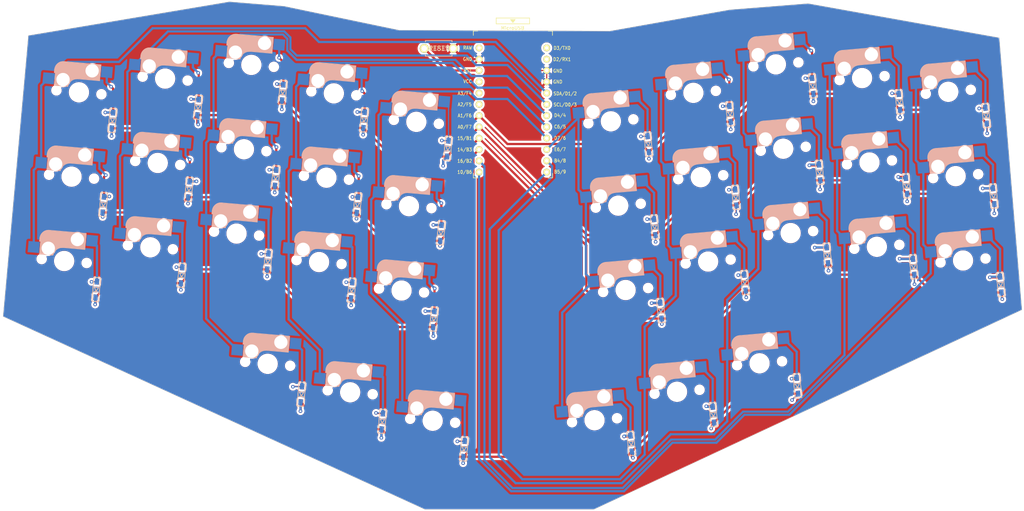
<source format=kicad_pcb>
(kicad_pcb (version 20221018) (generator pcbnew)
  (layers (0 "F.Cu" signal) (31 "B.Cu" signal) (34 "B.Paste" user) (35 "F.Paste" user) (36 "B.SilkS" user "B.Silkscreen") (37 "F.SilkS" user "F.Silkscreen") (38 "B.Mask" user) (39 "F.Mask" user) (44 "Edge.Cuts" user))
  (net 0 "")
  (net 1 "Row1")
  (net 2 "Net-(D1-A)")
  (net 3 "Net-(D2-A)")
  (net 4 "Net-(D3-A)")
  (net 5 "Net-(D4-A)")
  (net 6 "Net-(D5-A)")
  (net 7 "Net-(D6-A)")
  (net 8 "Net-(D7-A)")
  (net 9 "Net-(D8-A)")
  (net 10 "Net-(D9-A)")
  (net 11 "Net-(D10-A)")
  (net 12 "Row2")
  (net 13 "Net-(D11-A)")
  (net 14 "Net-(D12-A)")
  (net 15 "Net-(D13-A)")
  (net 16 "Net-(D14-A)")
  (net 17 "Net-(D15-A)")
  (net 18 "Net-(D16-A)")
  (net 19 "Net-(D17-A)")
  (net 20 "Net-(D18-A)")
  (net 21 "Net-(D19-A)")
  (net 22 "Net-(D20-A)")
  (net 23 "Row3")
  (net 24 "Net-(D21-A)")
  (net 25 "Net-(D22-A)")
  (net 26 "Net-(D23-A)")
  (net 27 "Net-(D24-A)")
  (net 28 "Net-(D25-A)")
  (net 29 "Net-(D26-A)")
  (net 30 "Net-(D27-A)")
  (net 31 "Net-(D28-A)")
  (net 32 "Net-(D29-A)")
  (net 33 "Net-(D30-A)")
  (net 34 "Row4")
  (net 35 "Net-(D31-A)")
  (net 36 "Net-(D32-A)")
  (net 37 "Net-(D33-A)")
  (net 38 "Net-(D34-A)")
  (net 39 "Net-(D35-A)")
  (net 40 "Net-(D36-A)")
  (net 41 "Column1")
  (net 42 "Column2")
  (net 43 "Column3")
  (net 44 "Column4")
  (net 45 "Column5")
  (net 46 "Column6")
  (net 47 "Column7")
  (net 48 "Column8")
  (net 49 "Column9")
  (net 50 "Column10")
  (net 51 "GND")
  (net 52 "Net-(U1-RST)")
  (net 57 "VCC")
  (footprint "kbd:CherryMX_Hotswap" (layer "F.Cu") (at 113.0678 56.6084 -5)
    (fp_text reference "SW5" hide)
    (fp_text value "SW_PUSH" hide)
  )
  (footprint "kbd:CherryMX_Hotswap" (layer "F.Cu") (at 109.7471 94.5634 -5)
    (fp_text reference "SW25" hide)
    (fp_text value "SW_PUSH" hide)
  )
  (footprint "kbd:CherryMX_Hotswap" (layer "F.Cu") (at 171.7187 117.339 5)
    (fp_text reference "SW35" hide)
    (fp_text value "SW_PUSH" hide)
  )
  (footprint "kbd:CherryMX_Hotswap" (layer "F.Cu") (at 236.0646 87.806 5)
    (fp_text reference "SW30" hide)
    (fp_text value "SW_PUSH" hide)
  )
  (footprint "kbd:CherryMX_Hotswap" (layer "F.Cu") (at 92.845 69.1812 -5)
    (fp_text reference "SW14" hide)
    (fp_text value "SW_PUSH" hide)
  )
  (footprint "kbd:CherryMX_Hotswap" (layer "F.Cu") (at 190.2811 110.9343 5)
    (fp_text reference "SW36" hide)
    (fp_text value "SW_PUSH" hide)
  )
  (footprint "kbd:CherryMX_Hotswap" (layer "F.Cu") (at 195.6191 62.6604 5)
    (fp_text reference "SW18" hide)
    (fp_text value "SW_PUSH" hide)
  )
  (footprint "kbd:CherryMX_Hotswap" (layer "F.Cu") (at 177.0566 69.0651 5)
    (fp_text reference "SW17" hide)
    (fp_text value "SW_PUSH" hide)
  )
  (footprint "kbd:CherryMX_Hotswap" (layer "F.Cu") (at 98.183 117.4551 -5)
    (fp_text reference "SW32" hide)
    (fp_text value "SW_PUSH" hide)
  )
  (footprint "kbd:CherryMX_Hotswap" (layer "F.Cu") (at 116.7454 123.8598 -5)
    (fp_text reference "SW33" hide)
    (fp_text value "SW_PUSH" hide)
  )
  (footprint "kbd:CherryMX_Hotswap" (layer "F.Cu") (at 158.4942 75.4698 5)
    (fp_text reference "SW16" hide)
    (fp_text value "SW_PUSH" hide)
  )
  (footprint "kbd:CherryMX_Hotswap" (layer "F.Cu") (at 79.6206 111.0504 -5)
    (fp_text reference "SW31" hide)
    (fp_text value "SW_PUSH" hide)
  )
  (footprint "kbd:CherryMX_Hotswap" (layer "F.Cu") (at 94.5053 50.2037 -5)
    (fp_text reference "SW4" hide)
    (fp_text value "SW_PUSH" hide)
  )
  (footprint "kbd:CherryMX_Hotswap" (layer "F.Cu") (at 215.0117 65.7444 5)
    (fp_text reference "SW19" hide)
    (fp_text value "SW_PUSH" hide)
  )
  (footprint "kbd:CherryMX_Hotswap" (layer "F.Cu") (at 153.1563 123.7437 5)
    (fp_text reference "SW34" hide)
    (fp_text value "SW_PUSH" hide)
  )
  (footprint "kbd:CherryMX_Hotswap" (layer "F.Cu") (at 72.6223 81.754 -5)
    (fp_text reference "SW23" hide)
    (fp_text value "SW_PUSH" hide)
  )
  (footprint "kbd:CherryMX_Hotswap" (layer "F.Cu") (at 33.8371 87.9221 -5)
    (fp_text reference "SW21" hide)
    (fp_text value "SW_PUSH" hide)
  )
  (footprint "kbd:CherryMX_Hotswap" (layer "F.Cu") (at 35.4974 68.9446 -5)
    (fp_text reference "SW11" hide)
    (fp_text value "SW_PUSH" hide)
  )
  (footprint "kbd:ResetSW" (layer "F.Cu") (at 118.1 40.1)
    (fp_text reference "SW37" hide)
    (fp_text value "SW_PUSH")
  )
  (footprint "kbd:CherryMX_Hotswap" (layer "F.Cu") (at 160.1545 94.4473 5)
    (fp_text reference "SW26" hide)
    (fp_text value "SW_PUSH" hide)
  )
  (footprint "kbd:CherryMX_Hotswap" (layer "F.Cu") (at 156.8339 56.4923 5)
    (fp_text reference "SW6" hide)
    (fp_text value "SW_PUSH" hide)
  )
  (footprint "kbd:CherryMX_Hotswap" (layer "F.Cu") (at 232.7439 49.851 5)
    (fp_text reference "SW10" hide)
    (fp_text value "SW_PUSH" hide)
  )
  (footprint "kbd:CherryMX_Hotswap" (layer "F.Cu") (at 54.89 65.8606 -5)
    (fp_text reference "SW12" hide)
    (fp_text value "SW_PUSH" hide)
  )
  (footprint "kbd:ProMicro_v3.5" (layer "F.Cu") (at 134.7886 54.458)
    (fp_text reference "U1" hide)
    (fp_text value "ProMicro_r" hide)
  )
  (footprint "kbd:CherryMX_Hotswap" (layer "F.Cu") (at 56.5503 46.8831 -5)
    (fp_text reference "SW2" hide)
    (fp_text value "SW_PUSH" hide)
  )
  (footprint "kbd:CherryMX_Hotswap" (layer "F.Cu") (at 213.3513 46.7669 5)
    (fp_text reference "SW9" hide)
    (fp_text value "SW_PUSH" hide)
  )
  (footprint "kbd:CherryMX_Hotswap" (layer "F.Cu") (at 75.9429 43.799 -5)
    (fp_text reference "SW3" hide)
    (fp_text value "SW_PUSH" hide)
  )
  (footprint "kbd:CherryMX_Hotswap" (layer "F.Cu") (at 74.2826 62.7765 -5)
    (fp_text reference "SW13" hide)
    (fp_text value "SW_PUSH" hide)
  )
  (footprint "kbd:CherryMX_Hotswap" (layer "F.Cu") (at 37.1577 49.9671 -5)
    (fp_text reference "SW1" hide)
    (fp_text value "SW_PUSH" hide)
  )
  (footprint "kbd:CherryMX_Hotswap" (layer "F.Cu") (at 193.9588 43.6829 5)
    (fp_text reference "SW8" hide)
    (fp_text value "SW_PUSH" hide)
  )
  (footprint "kbd:CherryMX_Hotswap" (layer "F.Cu") (at 234.4043 68.8285 5)
    (fp_text reference "SW20" hide)
    (fp_text value "SW_PUSH" hide)
  )
  (footprint "kbd:CherryMX_Hotswap" (layer "F.Cu") (at 178.717 88.0426 5)
    (fp_text reference "SW27" hide)
    (fp_text value "SW_PUSH" hide)
  )
  (footprint "kbd:CherryMX_Hotswap" (layer "F.Cu") (at 216.672 84.7219 5)
    (fp_text reference "SW29" hide)
    (fp_text value "SW_PUSH" hide)
  )
  (footprint "kbd:CherryMX_Hotswap" (layer "F.Cu") (at 197.2794 81.6379 5)
    (fp_text reference "SW28" hide)
    (fp_text value "SW_PUSH" hide)
  )
  (footprint "kbd:CherryMX_Hotswap" (layer "F.Cu") (at 53.2297 84.8381 -5)
    (fp_text reference "SW22" hide)
    (fp_text value "SW_PUSH" hide)
  )
  (footprint "kbd:CherryMX_Hotswap" (layer "F.Cu") (at 111.4075 75.5859 -5)
    (fp_text reference "SW15" hide)
    (fp_text value "SW_PUSH" hide)
  )
  (footprint "kbd:CherryMX_Hotswap" (layer "F.Cu") (at 175.3963 50.0876 5)
    (fp_text reference "SW7" hide)
    (fp_text value "SW_PUSH" hide)
  )
  (footprint "kbd:CherryMX_Hotswap" (layer "F.Cu") (at 91.1847 88.1587 -5)
    (fp_text reference "SW24" hide)
    (fp_text value "SW_PUSH" hide)
  )
  (footprint "kbd:D3_SMD" (layer "B.Cu") (at 44.7 56.3 85)
    (fp_text reference "D1" hide)
    (fp_text value "D" hide)
  )
  (footprint "kbd:D3_SMD" (layer "B.Cu") (at 117 101 85)
    (fp_text reference "D25" hide)
    (fp_text value "D" hide)
  )
  (footprint "kbd:D3_SMD" (layer "B.Cu") (at 98.5 94.5 85)
    (fp_text reference "D24" hide)
    (fp_text value "D" hide)
  )
  (footprint "kbd:D3_SMD" (layer "B.Cu") (at 244.5453 93.2318 95)
    (fp_text reference "D30" hide)
    (fp_text value "D" hide)
  )
  (footprint "kbd:D3_SMD" (layer "B.Cu") (at 120.1547 62.6318 85)
    (fp_text reference "D5" hide)
    (fp_text value "D" hide)
  )
  (footprint "kbd:D3_SMD" (layer "B.Cu") (at 165.2453 61.6318 95)
    (fp_text reference "D6" hide)
    (fp_text value "D" hide)
  )
  (footprint "kbd:D3_SMD" (layer "B.Cu") (at 205.5453 86.6318 95)
    (fp_text reference "D28" hide)
    (fp_text value "D" hide)
  )
  (footprint "kbd:D3_SMD" (layer "B.Cu") (at 224.9453 89.2318 95)
    (fp_text reference "D29" hide)
    (fp_text value "D" hide)
  )
  (footprint "kbd:D3_SMD" (layer "B.Cu") (at 63.9547 53.3318 85)
    (fp_text reference "D2" hide)
    (fp_text value "D" hide)
  )
  (footprint "kbd:D3_SMD" (layer "B.Cu") (at 87.2 117.9 85)
    (fp_text reference "D31" hide)
    (fp_text value "D" hide)
  )
  (footprint "kbd:D3_SMD" (layer "B.Cu") (at 203.8 68 95)
    (fp_text reference "D18" hide)
    (fp_text value "D" hide)
  )
  (footprint "kbd:D3_SMD" (layer "B.Cu") (at 79.6547 88.0318 85)
    (fp_text reference "D23" hide)
    (fp_text value "D" hide)
  )
  (footprint "kbd:D3_SMD" (layer "B.Cu") (at 168.1 99.1 95)
    (fp_text reference "D26" hide)
    (fp_text value "D" hide)
  )
  (footprint "kbd:D3_SMD" (layer "B.Cu") (at 221.7453 52.1318 95)
    (fp_text reference "D9" hide)
    (fp_text value "D" hide)
  )
  (footprint "kbd:D3_SMD" (layer "B.Cu") (at 242.9453 73.3318 95)
    (fp_text reference "D20" hide)
    (fp_text value "D" hide)
  )
  (footprint "kbd:D3_SMD" (layer "B.Cu") (at 187 92.8 95)
    (fp_text reference "D27" hide)
    (fp_text value "D" hide)
  )
  (footprint "kbd:D3_SMD" (layer "B.Cu") (at 161.4 129 95)
    (fp_text reference "D34" hide)
    (fp_text value "D" hide)
  )
  (footprint "kbd:D3_SMD" (layer "B.Cu") (at 81.4 69.2 85)
    (fp_text reference "D13" hide)
    (fp_text value "D" hide)
  )
  (footprint "kbd:D3_SMD" (layer "B.Cu") (at 166.7 80.3 95)
    (fp_text reference "D16" hide)
    (fp_text value "D" hide)
  )
  (footprint "kbd:D3_SMD" (layer "B.Cu") (at 42.6547 75.2318 85)
    (fp_text reference "D11" hide)
    (fp_text value "D" hide)
  )
  (footprint "kbd:D3_SMD" (layer "B.Cu") (at 179.9 122.5 95)
    (fp_text reference "D35" hide)
    (fp_text value "D" hide)
  )
  (footprint "kbd:D3_SMD" (layer "B.Cu") (at 41.0547 94.3318 85)
    (fp_text reference "D21" hide)
    (fp_text value "D" hide)
  )
  (footprint "kbd:D3_SMD" (layer "B.Cu") (at 241.2453 55.2318 95)
    (fp_text reference "D10" hide)
    (fp_text value "D" hide)
  )
  (footprint "kbd:D3_SMD" (layer "B.Cu") (at 183.6453 54.8318 95)
    (fp_text reference "D7" hide)
    (fp_text value "D" hide)
  )
  (footprint "kbd:D3_SMD" (layer "B.Cu") (at 99.8 75.3 85)
    (fp_text reference "D14" hide)
    (fp_text value "D" hide)
  )
  (footprint "kbd:D3_SMD" (layer "B.Cu") (at 198.8 116 95)
    (fp_text reference "D36" hide)
    (fp_text value "D" hide)
  )
  (footprint "kbd:D3_SMD" (layer "B.Cu") (at 118.6 81.6 85)
    (fp_text reference "D15" hide)
    (fp_text value "D" hide)
  )
  (footprint "kbd:D3_SMD" (layer "B.Cu") (at 202.2453 48.5318 95)
    (fp_text reference "D8" hide)
    (fp_text value "D" hide)
  )
  (footprint "kbd:D3_SMD" (layer "B.Cu") (at 83 50 85)
    (fp_text reference "D3" hide)
    (fp_text value "D" hide)
  )
  (footprint "kbd:D3_SMD" (layer "B.Cu") (at 61.9 71.8 85)
    (fp_text reference "D12" hide)
    (fp_text value "D" hide)
  )
  (footprint "kbd:D3_SMD" (layer "B.Cu") (at 60.2547 91.1318 85)
    (fp_text reference "D22" hide)
    (fp_text value "D" hide)
  )
  (footprint "kbd:D3_SMD" (layer "B.Cu") (at 184.9453 73.6318 95)
    (fp_text reference "D17" hide)
    (fp_text value "D" hide)
  )
  (footprint "kbd:D3_SMD" (layer "B.Cu") (at 101.3 56.2 85)
    (fp_text reference "D4" hide)
    (fp_text value "D" hide)
  )
  (footprint "kbd:D3_SMD" (layer "B.Cu") (at 105.4 124 85)
    (fp_text reference "D32" hide)
    (fp_text value "D" hide)
  )
  (footprint "kbd:D3_SMD" (layer "B.Cu") (at 223.3453 71.0318 95)
    (fp_text reference "D19" hide)
    (fp_text value "D" hide)
  )
  (footprint "kbd:D3_SMD" (layer "B.Cu") (at 123.8 130.2 85)
    (fp_text reference "D33" hide)
    (fp_text value "D" hide)
  )
  (gr_line (start 83.3 30.6) (end 109.2 36) (stroke (width 0.1)) (layer "Edge.Cuts"))
  (gr_line (start 115 143.8) (end 20.1 100.4) (stroke (width 0.1)) (layer "Edge.Cuts"))
  (gr_line (start 156.6 36.2) (end 183.6 31.4) (stroke (width 0.1)) (layer "Edge.Cuts"))
  (gr_line (start 71 29.6) (end 83.3 30.6) (stroke (width 0.1)) (layer "Edge.Cuts"))
  (gr_line (start 249.3 98.9) (end 153 143.8) (stroke (width 0.1)) (layer "Edge.Cuts"))
  (gr_line (start 201.2 30) (end 244.2 37.7) (stroke (width 0.1)) (layer "Edge.Cuts"))
  (gr_line (start 244.2 37.7) (end 249.3 98.9) (stroke (width 0.1)) (layer "Edge.Cuts"))
  (gr_line (start 109.2 36) (end 156.6 36.2) (stroke (width 0.1)) (layer "Edge.Cuts"))
  (gr_line (start 20.1 100.4) (end 25.8 37.2) (stroke (width 0.1)) (layer "Edge.Cuts"))
  (gr_line (start 25.8 37.2) (end 71 29.6) (stroke (width 0.1)) (layer "Edge.Cuts"))
  (gr_line (start 183.6 31.4) (end 201.2 30) (stroke (width 0.1)) (layer "Edge.Cuts"))
  (gr_line (start 153 143.8) (end 115 143.8) (stroke (width 0.1)) (layer "Edge.Cuts"))
  (segment (start 241.5 57.100045) (end 241.400001 57.000046) (width 0.25) (layer "F.Cu") (net 1))
  (segment (start 121.8 60.6) (end 127.18 55.22) (width 0.5) (layer "F.Cu") (net 1))
  (segment (start 101.145299 59.454701) (end 101.1 59.5) (width 0.5) (layer "F.Cu") (net 1))
  (segment (start 127.18 55.22) (end 133.56 61.6) (width 0.5) (layer "F.Cu") (net 1))
  (segment (start 44.545299 59.754701) (end 44.5 59.8) (width 0.5) (layer "F.Cu") (net 1))
  (segment (start 107.577099 64.400046) (end 119.999999 64.400046) (width 0.5) (layer "F.Cu") (net 1))
  (segment (start 172.200001 56.600046) (end 183.800001 56.600046) (width 0.5) (layer "F.Cu") (net 1))
  (segment (start 119.999999 64.400046) (end 120.914245 63.4858) (width 0.5) (layer "F.Cu") (net 1))
  (segment (start 163.599955 61.6) (end 165.400001 63.400046) (width 0.5) (layer "F.Cu") (net 1))
  (segment (start 44.545299 58.068246) (end 44.545299 59.754701) (width 0.5) (layer "F.Cu") (net 1))
  (segment (start 218.300001 50.300046) (end 221.900001 53.900046) (width 0.5) (layer "F.Cu") (net 1))
  (segment (start 119.1 65.300045) (end 119.1 66.5) (width 0.5) (layer "F.Cu") (net 1))
  (segment (start 238.300001 53.900046) (end 241.400001 57.000046) (width 0.5) (layer "F.Cu") (net 1))
  (segment (start 190.100001 50.300046) (end 202.400001 50.300046) (width 0.5) (layer "F.Cu") (net 1))
  (segment (start 101.145299 57.968246) (end 107.577099 64.400046) (width 0.5) (layer "F.Cu") (net 1))
  (segment (start 82.845299 51.768246) (end 82.845299 53.754701) (width 0.5) (layer "F.Cu") (net 1))
  (segment (start 183.8 58.3) (end 183.800001 56.600046) (width 0.25) (layer "F.Cu") (net 1))
  (segment (start 60.831799 58.068246) (end 63.799999 55.100046) (width 0.5) (layer "F.Cu") (net 1))
  (segment (start 120.914245 63.035805) (end 121.8 62.15005) (width 0.5) (layer "F.Cu") (net 1))
  (segment (start 183.800001 56.600046) (end 190.100001 50.300046) (width 0.5) (layer "F.Cu") (net 1))
  (segment (start 79.513499 55.100046) (end 82.845299 51.768246) (width 0.5) (layer "F.Cu") (net 1))
  (segment (start 221.900001 53.900046) (end 238.300001 53.900046) (width 0.5) (layer "F.Cu") (net 1))
  (segment (start 44.545299 58.068246) (end 60.831799 58.068246) (width 0.5) (layer "F.Cu") (net 1))
  (segment (start 63.799999 55.100046) (end 79.513499 55.100046) (width 0.5) (layer "F.Cu") (net 1))
  (segment (start 133.56 61.6) (end 163.599955 61.6) (width 0.5) (layer "F.Cu") (net 1))
  (segment (start 221.9 55.6) (end 221.900001 53.900046) (width 0.25) (layer "F.Cu") (net 1))
  (segment (start 82.845299 51.768246) (end 89.045299 57.968246) (width 0.5) (layer "F.Cu") (net 1))
  (segment (start 89.045299 57.968246) (end 101.145299 57.968246) (width 0.5) (layer "F.Cu") (net 1))
  (segment (start 82.845299 53.754701) (end 82.8 53.8) (width 0.5) (layer "F.Cu") (net 1))
  (segment (start 121.8 62.15005) (end 121.8 60.6) (width 0.5) (layer "F.Cu") (net 1))
  (segment (start 202.400001 50.300046) (end 202.4 52) (width 0.5) (layer "F.Cu") (net 1))
  (segment (start 120.914245 63.4858) (end 120.914245 63.035805) (width 0.5) (layer "F.Cu") (net 1))
  (segment (start 63.799999 55.100046) (end 63.799999 56.999999) (width 0.5) (layer "F.Cu") (net 1))
  (segment (start 241.5 59.2) (end 241.5 57.100045) (width 0.25) (layer "F.Cu") (net 1))
  (segment (start 165.400001 63.400046) (end 172.200001 56.600046) (width 0.5) (layer "F.Cu") (net 1))
  (segment (start 165.4 64.9) (end 165.400001 63.400046) (width 0.25) (layer "F.Cu") (net 1))
  (segment (start 63.799999 56.999999) (end 64 57.2) (width 0.5) (layer "F.Cu") (net 1))
  (segment (start 119.999999 64.400046) (end 119.1 65.300045) (width 0.5) (layer "F.Cu") (net 1))
  (segment (start 101.145299 57.968246) (end 101.145299 59.454701) (width 0.5) (layer "F.Cu") (net 1))
  (segment (start 202.400001 50.300046) (end 218.300001 50.300046) (width 0.5) (layer "F.Cu") (net 1))
  (via (at 64 57.2) (size 0.8) (drill 0.4) (layers "F.Cu" "B.Cu") (net 1))
  (via (at 101.1 59.5) (size 0.8) (drill 0.4) (layers "F.Cu" "B.Cu") (net 1))
  (via (at 221.9 55.6) (size 0.8) (drill 0.4) (layers "F.Cu" "B.Cu") (net 1))
  (via (at 165.4 64.9) (size 0.8) (drill 0.4) (layers "F.Cu" "B.Cu") (net 1))
  (via (at 202.4 52) (size 0.8) (drill 0.4) (layers "F.Cu" "B.Cu") (net 1))
  (via (at 183.8 58.3) (size 0.8) (drill 0.4) (layers "F.Cu" "B.Cu") (net 1))
  (via (at 241.5 59.2) (size 0.8) (drill 0.4) (layers "F.Cu" "B.Cu") (net 1))
  (via (at 119.1 66.5) (size 0.8) (drill 0.4) (layers "F.Cu" "B.Cu") (net 1))
  (via (at 44.5 59.8) (size 0.8) (drill 0.4) (layers "F.Cu" "B.Cu") (net 1))
  (via (at 82.8 53.8) (size 0.8) (drill 0.4) (layers "F.Cu" "B.Cu") (net 1))
  (segment (start 64 57.2) (end 64 55.300047) (width 0.5) (layer "B.Cu") (net 1))
  (segment (start 165.400001 63.400046) (end 165.4 64.9) (width 0.25) (layer "B.Cu") (net 1))
  (segment (start 82.8 51.813545) (end 82.845299 51.768246) (width 0.5) (layer "B.Cu") (net 1))
  (segment (start 44.5 58.113545) (end 44.545299 58.068246) (width 0.5) (layer "B.Cu") (net 1))
  (segment (start 183.800001 56.600046) (end 183.8 58.3) (width 0.25) (layer "B.Cu") (net 1))
  (segment (start 119.1 66.5) (end 119.1 65.300045) (width 0.5) (layer "B.Cu") (net 1))
  (segment (start 202.4 52) (end 202.400001 50.300046) (width 0.5) (layer "B.Cu") (net 1))
  (segment (start 44.5 59.8) (end 44.5 58.113545) (width 0.5) (layer "B.Cu") (net 1))
  (segment (start 241.400001 57.000046) (end 241.400001 59.100001) (width 0.25) (layer "B.Cu") (net 1))
  (segment (start 82.8 53.8) (end 82.8 51.813545) (width 0.5) (layer "B.Cu") (net 1))
  (segment (start 241.400001 59.100001) (end 241.5 59.2) (width 0.25) (layer "B.Cu") (net 1))
  (segment (start 101.1 58.013545) (end 101.145299 57.968246) (width 0.5) (layer "B.Cu") (net 1))
  (segment (start 64 55.300047) (end 63.799999 55.100046) (width 0.5) (layer "B.Cu") (net 1))
  (segment (start 101.1 59.5) (end 101.1 58.013545) (width 0.5) (layer "B.Cu") (net 1))
  (segment (start 221.900001 53.900046) (end 221.9 55.6) (width 0.25) (layer "B.Cu") (net 1))
  (segment (start 119.1 65.300045) (end 119.999999 64.400046) (width 0.5) (layer "B.Cu") (net 1))
  (segment (start 44.854701 54.531754) (end 43.131754 54.531754) (width 0.5) (layer "F.Cu") (net 2))
  (segment (start 44.854701 49.154701) (end 44.854701 54.531754) (width 0.5) (layer "F.Cu") (net 2))
  (segment (start 43.131754 54.531754) (end 43.1 54.5) (width 0.5) (layer "F.Cu") (net 2))
  (segment (start 44.4 48.7) (end 44.854701 49.154701) (width 0.5) (layer "F.Cu") (net 2))
  (via (at 44.4 48.7) (size 0.8) (drill 0.4) (layers "F.Cu" "B.Cu") (net 2))
  (via (at 43.1 54.5) (size 0.8) (drill 0.4) (layers "F.Cu" "B.Cu") (net 2))
  (segment (start 43.1 54.5) (end 44.822947 54.5) (width 0.5) (layer "B.Cu") (net 2))
  (segment (start 44.822947 54.5) (end 44.854701 54.531754) (width 0.5) (layer "B.Cu") (net 2))
  (segment (start 43.420221 45.415595) (end 43.420221 47.720221) (width 0.5) (layer "B.Cu") (net 2))
  (segment (start 43.420221 47.720221) (end 44.4 48.7) (width 0.5) (layer "B.Cu") (net 2))
  (segment (start 64 45.6) (end 64.109401 45.709401) (width 0.5) (layer "F.Cu") (net 3))
  (segment (start 64.109401 45.709401) (end 64.109401 51.563554) (width 0.5) (layer "F.Cu") (net 3))
  (segment (start 62.463554 51.563554) (end 62.4 51.5) (width 0.5) (layer "F.Cu") (net 3))
  (segment (start 64.109401 51.563554) (end 62.463554 51.563554) (width 0.5) (layer "F.Cu") (net 3))
  (via (at 62.4 51.5) (size 0.8) (drill 0.4) (layers "F.Cu" "B.Cu") (net 3))
  (via (at 64 45.6) (size 0.8) (drill 0.4) (layers "F.Cu" "B.Cu") (net 3))
  (segment (start 62.812821 44.412821) (end 64 45.6) (width 0.5) (layer "B.Cu") (net 3))
  (segment (start 62.4 51.5) (end 64.045847 51.5) (width 0.5) (layer "B.Cu") (net 3))
  (segment (start 62.812821 42.331595) (end 62.812821 44.412821) (width 0.5) (layer "B.Cu") (net 3))
  (segment (start 64.045847 51.5) (end 64.109401 51.563554) (width 0.5) (layer "B.Cu") (net 3))
  (segment (start 81.831754 48.231754) (end 81.7 48.1) (width 0.5) (layer "F.Cu") (net 4))
  (segment (start 83.154701 43.154701) (end 83.154701 48.231754) (width 0.5) (layer "F.Cu") (net 4))
  (segment (start 83.154701 48.231754) (end 81.831754 48.231754) (width 0.5) (layer "F.Cu") (net 4))
  (segment (start 82.2 42.2) (end 83.154701 43.154701) (width 0.5) (layer "F.Cu") (net 4))
  (via (at 81.7 48.1) (size 0.8) (drill 0.4) (layers "F.Cu" "B.Cu") (net 4))
  (via (at 82.2 42.2) (size 0.8) (drill 0.4) (layers "F.Cu" "B.Cu") (net 4))
  (segment (start 82.205421 39.247495) (end 83.154701 40.196775) (width 0.5) (layer "B.Cu") (net 4))
  (segment (start 82.205421 39.247495) (end 82.205421 42.194579) (width 0.5) (layer "B.Cu") (net 4))
  (segment (start 81.7 48.1) (end 83.022947 48.1) (width 0.5) (layer "B.Cu") (net 4))
  (segment (start 82.205421 42.194579) (end 82.2 42.2) (width 0.5) (layer "B.Cu") (net 4))
  (segment (start 83.022947 48.1) (end 83.154701 48.231754) (width 0.5) (layer "B.Cu") (net 4))
  (segment (start 99.831754 54.431754) (end 99.8 54.4) (width 0.5) (layer "F.Cu") (net 5))
  (segment (start 101.454701 54.431754) (end 99.831754 54.431754) (width 0.5) (layer "F.Cu") (net 5))
  (segment (start 100.9 49.7) (end 101.454701 50.254701) (width 0.5) (layer "F.Cu") (net 5))
  (segment (start 101.454701 50.254701) (end 101.454701 54.431754) (width 0.5) (layer "F.Cu") (net 5))
  (via (at 100.9 49.7) (size 0.8) (drill 0.4) (layers "F.Cu" "B.Cu") (net 5))
  (via (at 99.8 54.4) (size 0.8) (drill 0.4) (layers "F.Cu" "B.Cu") (net 5))
  (segment (start 99.8 54.4) (end 101.422947 54.4) (width 0.5) (layer "B.Cu") (net 5))
  (segment (start 100.767821 45.652195) (end 100.767821 49.567821) (width 0.5) (layer "B.Cu") (net 5))
  (segment (start 100.767821 49.567821) (end 100.9 49.7) (width 0.5) (layer "B.Cu") (net 5))
  (segment (start 101.422947 54.4) (end 101.454701 54.431754) (width 0.5) (layer "B.Cu") (net 5))
  (segment (start 118.863554 60.863554) (end 118.8 60.8) (width 0.25) (layer "F.Cu") (net 6))
  (segment (start 120.309401 60.863554) (end 118.863554 60.863554) (width 0.25) (layer "F.Cu") (net 6))
  (via (at 118.8 60.8) (size 0.8) (drill 0.4) (layers "F.Cu" "B.Cu") (net 6))
  (segment (start 119.330321 52.056895) (end 120.309401 53.035975) (width 0.25) (layer "B.Cu") (net 6))
  (segment (start 120.245847 60.8) (end 120.309401 60.863554) (width 0.25) (layer "B.Cu") (net 6))
  (segment (start 120.309401 53.035975) (end 120.309401 60.863554) (width 0.25) (layer "B.Cu") (net 6))
  (segment (start 118.8 60.8) (end 120.245847 60.8) (width 0.25) (layer "B.Cu") (net 6))
  (segment (start 163.636446 59.863554) (end 163.6 59.9) (width 0.25) (layer "F.Cu") (net 7))
  (segment (start 165.090599 59.863554) (end 163.636446 59.863554) (width 0.25) (layer "F.Cu") (net 7))
  (via (at 163.6 59.9) (size 0.8) (drill 0.4) (layers "F.Cu" "B.Cu") (net 7))
  (segment (start 163.6 59.9) (end 165.054153 59.9) (width 0.25) (layer "B.Cu") (net 7))
  (segment (start 165.054153 59.9) (end 165.090599 59.863554) (width 0.25) (layer "B.Cu") (net 7))
  (segment (start 165.090599 53.802148) (end 165.090599 59.863554) (width 0.5) (layer "B.Cu") (net 7))
  (segment (start 162.210918 50.922467) (end 165.090599 53.802148) (width 0.5) (layer "B.Cu") (net 7))
  (segment (start 182.036446 53.063554) (end 182 53.1) (width 0.5) (layer "F.Cu") (net 8))
  (segment (start 183.490599 53.063554) (end 182.036446 53.063554) (width 0.5) (layer "F.Cu") (net 8))
  (segment (start 183.490599 47.190599) (end 183.490599 53.063554) (width 0.5) (layer "F.Cu") (net 8))
  (segment (start 183.4 47.1) (end 183.490599 47.190599) (width 0.5) (layer "F.Cu") (net 8))
  (via (at 182 53.1) (size 0.8) (drill 0.4) (layers "F.Cu" "B.Cu") (net 8))
  (via (at 183.4 47.1) (size 0.8) (drill 0.4) (layers "F.Cu" "B.Cu") (net 8))
  (segment (start 183.454153 53.1) (end 183.490599 53.063554) (width 0.5) (layer "B.Cu") (net 8))
  (segment (start 180.773318 44.517767) (end 180.817767 44.517767) (width 0.5) (layer "B.Cu") (net 8))
  (segment (start 180.817767 44.517767) (end 183.4 47.1) (width 0.5) (layer "B.Cu") (net 8))
  (segment (start 182 53.1) (end 183.454153 53.1) (width 0.5) (layer "B.Cu") (net 8))
  (segment (start 202.090599 40.790599) (end 202.090599 46.763554) (width 0.5) (layer "F.Cu") (net 9))
  (segment (start 201.9 40.6) (end 202.090599 40.790599) (width 0.5) (layer "F.Cu") (net 9))
  (segment (start 200.636446 46.763554) (end 200.6 46.8) (width 0.5) (layer "F.Cu") (net 9))
  (segment (start 202.090599 46.763554) (end 200.636446 46.763554) (width 0.5) (layer "F.Cu") (net 9))
  (via (at 201.9 40.6) (size 0.8) (drill 0.4) (layers "F.Cu" "B.Cu") (net 9))
  (via (at 200.6 46.8) (size 0.8) (drill 0.4) (layers "F.Cu" "B.Cu") (net 9))
  (segment (start 202.054153 46.8) (end 202.090599 46.763554) (width 0.5) (layer "B.Cu") (net 9))
  (segment (start 199.413067 38.113067) (end 201.9 40.6) (width 0.5) (layer "B.Cu") (net 9))
  (segment (start 199.335818 38.113067) (end 199.413067 38.113067) (width 0.5) (layer "B.Cu") (net 9))
  (segment (start 200.6 46.8) (end 202.054153 46.8) (width 0.5) (layer "B.Cu") (net 9))
  (segment (start 221.590599 50.363554) (end 220.263554 50.363554) (width 0.25) (layer "F.Cu") (net 10))
  (segment (start 220.263554 50.363554) (end 220.1 50.2) (width 0.25) (layer "F.Cu") (net 10))
  (via (at 220.1 50.2) (size 0.8) (drill 0.4) (layers "F.Cu" "B.Cu") (net 10))
  (segment (start 221.590599 44.059348) (end 221.590599 50.363554) (width 0.5) (layer "B.Cu") (net 10))
  (segment (start 220.1 50.2) (end 221.427045 50.2) (width 0.25) (layer "B.Cu") (net 10))
  (segment (start 221.427045 50.2) (end 221.590599 50.363554) (width 0.25) (layer "B.Cu") (net 10))
  (segment (start 218.728318 41.197067) (end 221.590599 44.059348) (width 0.5) (layer "B.Cu") (net 10))
  (segment (start 241.090599 53.463554) (end 239.836446 53.463554) (width 0.25) (layer "F.Cu") (net 11))
  (segment (start 239.836446 53.463554) (end 239.7 53.6) (width 0.25) (layer "F.Cu") (net 11))
  (via (at 239.7 53.6) (size 0.8) (drill 0.4) (layers "F.Cu" "B.Cu") (net 11))
  (segment (start 240.954153 53.6) (end 241.090599 53.463554) (width 0.25) (layer "B.Cu") (net 11))
  (segment (start 238.120918 44.281167) (end 241.090599 47.250848) (width 0.5) (layer "B.Cu") (net 11))
  (segment (start 241.090599 47.250848) (end 241.090599 53.463554) (width 0.5) (layer "B.Cu") (net 11))
  (segment (start 239.7 53.6) (end 240.954153 53.6) (width 0.25) (layer "B.Cu") (net 11))
  (segment (start 81.245299 70.968246) (end 87.345299 77.068246) (width 0.5) (layer "F.Cu") (net 12))
  (segment (start 118.445299 84.454701) (end 118.4 84.5) (width 0.5) (layer "F.Cu") (net 12))
  (segment (start 58.313499 77.000046) (end 61.745299 73.568246) (width 0.5) (layer "F.Cu") (net 12))
  (segment (start 81.245299 72.454701) (end 81.2 72.5) (width 0.5) (layer "F.Cu") (net 12))
  (segment (start 118.445299 83.368246) (end 118.445299 84.454701) (width 0.5) (layer "F.Cu") (net 12))
  (segment (start 220.468201 69.768246) (end 223.500001 72.800046) (width 0.5) (layer "F.Cu") (net 12))
  (segment (start 243.1 77.2) (end 243.100001 75.100046) (width 0.25) (layer "F.Cu") (net 12))
  (segment (start 121.614245 63.325755) (end 127.18 57.76) (width 0.5) (layer "F.Cu") (net 12))
  (segment (start 240.800001 72.800046) (end 243.100001 75.100046) (width 0.5) (layer "F.Cu") (net 12))
  (segment (start 173.522901 75.400046) (end 185.100001 75.400046) (width 0.5) (layer "F.Cu") (net 12))
  (segment (start 61.745299 74.954701) (end 61.7 75) (width 0.5) (layer "F.Cu") (net 12))
  (segment (start 99.645299 77.068246) (end 105.945299 83.368246) (width 0.5) (layer "F.Cu") (net 12))
  (segment (start 61.745299 73.568246) (end 78.645299 73.568246) (width 0.5) (layer "F.Cu") (net 12))
  (segment (start 166.9 83.6) (end 166.9 82.113545) (width 0.25) (layer "F.Cu") (net 12))
  (segment (start 121.614245 64.785755) (end 121.614245 63.325755) (width 0.5) (layer "F.Cu") (net 12))
  (segment (start 151.488246 82.068246) (end 166.854701 82.068246) (width 0.5) (layer "F.Cu") (net 12))
  (segment (start 190.731801 69.768246) (end 203.954701 69.768246) (width 0.5) (layer "F.Cu") (net 12))
  (segment (start 99.645299 77.068246) (end 99.645299 78.354701) (width 0.5) (layer "F.Cu") (net 12))
  (segment (start 223.500001 72.800046) (end 240.800001 72.800046) (width 0.5) (layer "F.Cu") (net 12))
  (segment (start 118.445299 83.368246) (end 120.2 81.613545) (width 0.5) (layer "F.Cu") (net 12))
  (segment (start 81.245299 70.968246) (end 81.245299 72.454701) (width 0.5) (layer "F.Cu") (net 12))
  (segment (start 120.2 66.2) (end 121.614245 64.785755) (width 0.5) (layer "F.Cu") (net 12))
  (segment (start 61.745299 73.568246) (end 61.745299 74.954701) (width 0.5) (layer "F.Cu") (net 12))
  (segment (start 185.100001 75.400046) (end 190.731801 69.768246) (width 0.5) (layer "F.Cu") (net 12))
  (segment (start 42.499999 77.000046) (end 58.313499 77.000046) (width 0.5) (layer "F.Cu") (net 12))
  (segment (start 203.9 71.8) (end 203.9 69.822947) (width 0.25) (layer "F.Cu") (net 12))
  (segment (start 105.945299 83.368246) (end 118.445299 83.368246) (width 0.5) (layer "F.Cu") (net 12))
  (segment (start 203.954701 69.768246) (end 220.468201 69.768246) (width 0.5) (layer "F.Cu") (net 12))
  (segment (start 223.5 74.5) (end 223.500001 72.800046) (width 0.25) (layer "F.Cu") (net 12))
  (segment (start 185 77.4) (end 185 75.500047) (width 0.25) (layer "F.Cu") (net 12))
  (segment (start 87.345299 77.068246) (end 99.645299 77.068246) (width 0.5) (layer "F.Cu") (net 12))
  (segment (start 185 75.500047) (end 185.100001 75.400046) (width 0.25) (layer "F.Cu") (net 12))
  (segment (start 99.645299 78.354701) (end 99.6 78.4) (width 0.5) (layer "F.Cu") (net 12))
  (segment (start 78.645299 73.568246) (end 81.245299 70.968246) (width 0.5) (layer "F.Cu") (net 12))
  (segment (start 120.2 81.613545) (end 120.2 66.2) (width 0.5) (layer "F.Cu") (net 12))
  (segment (start 127.18 57.76) (end 151.488246 82.068246) (width 0.5) (layer "F.Cu") (net 12))
  (segment (start 166.9 82.113545) (end 166.854701 82.068246) (width 0.25) (layer "F.Cu") (net 12))
  (segment (start 166.854701 82.068246) (end 173.522901 75.400046) (width 0.5) (layer "F.Cu") (net 12))
  (segment (start 203.9 69.822947) (end 203.954701 69.768246) (width 0.25) (layer "F.Cu") (net 12))
  (segment (start 42.499999 77.000046) (end 42.5 78) (width 0.5) (layer "F.Cu") (net 12))
  (via (at 185 77.4) (size 0.8) (drill 0.4) (layers "F.Cu" "B.Cu") (net 12))
  (via (at 166.9 83.6) (size 0.8) (drill 0.4) (layers "F.Cu" "B.Cu") (net 12))
  (via (at 223.5 74.5) (size 0.8) (drill 0.4) (layers "F.Cu" "B.Cu") (net 12))
  (via (at 118.4 84.5) (size 0.8) (drill 0.4) (layers "F.Cu" "B.Cu") (net 12))
  (via (at 243.1 77.2) (size 0.8) (drill 0.4) (layers "F.Cu" "B.Cu") (net 12))
  (via (at 81.2 72.5) (size 0.8) (drill 0.4) (layers "F.Cu" "B.Cu") (net 12))
  (via (at 203.9 71.8) (size 0.8) (drill 0.4) (layers "F.Cu" "B.Cu") (net 12))
  (via (at 99.6 78.4) (size 0.8) (drill 0.4) (layers "F.Cu" "B.Cu") (net 12))
  (via (at 61.7 75) (size 0.8) (drill 0.4) (layers "F.Cu" "B.Cu") (net 12))
  (via (at 42.5 78) (size 0.8) (drill 0.4) (layers "F.Cu" "B.Cu") (net 12))
  (segment (start 61.7 75) (end 61.7 73.613545) (width 0.5) (layer "B.Cu") (net 12))
  (segment (start 81.2 71.013545) (end 81.245299 70.968246) (width 0.5) (layer "B.Cu") (net 12))
  (segment (start 99.6 77.113545) (end 99.645299 77.068246) (width 0.5) (layer "B.Cu") (net 12))
  (segment (start 81.2 72.5) (end 81.2 71.013545) (width 0.5) (layer "B.Cu") (net 12))
  (segment (start 203.954701 69.768246) (end 203.954701 71.745299) (width 0.25) (layer "B.Cu") (net 12))
  (segment (start 118.4 83.413545) (end 118.445299 83.368246) (width 0.5) (layer "B.Cu") (net 12))
  (segment (start 185.100001 75.400046) (end 185.100001 77.299999) (width 0.25) (layer "B.Cu") (net 12))
  (segment (start 243.100001 75.100046) (end 243.1 77.2) (width 0.25) (layer "B.Cu") (net 12))
  (segment (start 223.500001 72.800046) (end 223.5 74.5) (width 0.25) (layer "B.Cu") (net 12))
  (segment (start 203.954701 71.745299) (end 203.9 71.8) (width 0.25) (layer "B.Cu") (net 12))
  (segment (start 185.100001 77.299999) (end 185 77.4) (width 0.25) (layer "B.Cu") (net 12))
  (segment (start 42.5 78) (end 42.499999 77.000046) (width 0.5) (layer "B.Cu") (net 12))
  (segment (start 166.854701 83.554701) (end 166.9 83.6) (width 0.25) (layer "B.Cu") (net 12))
  (segment (start 61.7 73.613545) (end 61.745299 73.568246) (width 0.5) (layer "B.Cu") (net 12))
  (segment (start 166.854701 82.068246) (end 166.854701 83.554701) (width 0.25) (layer "B.Cu") (net 12))
  (segment (start 118.4 84.5) (end 118.4 83.413545) (width 0.5) (layer "B.Cu") (net 12))
  (segment (start 99.6 78.4) (end 99.6 77.113545) (width 0.5) (layer "B.Cu") (net 12))
  (segment (start 42.809401 73.463554) (end 43.936446 73.463554) (width 0.5) (layer "F.Cu") (net 13))
  (segment (start 43.2 68.6) (end 42.809401 68.990599) (width 0.5) (layer "F.Cu") (net 13))
  (segment (start 42.809401 68.990599) (end 42.809401 73.463554) (width 0.5) (layer "F.Cu") (net 13))
  (segment (start 43.936446 73.463554) (end 44 73.4) (width 0.5) (layer "F.Cu") (net 13))
  (via (at 43.2 68.6) (size 0.8) (drill 0.4) (layers "F.Cu" "B.Cu") (net 13))
  (via (at 44 73.4) (size 0.8) (drill 0.4) (layers "F.Cu" "B.Cu") (net 13))
  (segment (start 41.759921 67.159921) (end 43.2 68.6) (width 0.5) (layer "B.Cu") (net 13))
  (segment (start 42.872955 73.4) (end 42.809401 73.463554) (width 0.5) (layer "B.Cu") (net 13))
  (segment (start 41.759921 64.393095) (end 41.759921 67.159921) (width 0.5) (layer "B.Cu") (net 13))
  (segment (start 44 73.4) (end 42.872955 73.4) (width 0.5) (layer "B.Cu") (net 13))
  (segment (start 62.054701 70.031754) (end 63.568246 70.031754) (width 0.5) (layer "F.Cu") (net 14))
  (segment (start 62.1 65.1) (end 62.1 69.986455) (width 0.5) (layer "F.Cu") (net 14))
  (segment (start 62.1 69.986455) (end 62.054701 70.031754) (width 0.5) (layer "F.Cu") (net 14))
  (segment (start 63.568246 70.031754) (end 63.6 70) (width 0.5) (layer "F.Cu") (net 14))
  (via (at 63.6 70) (size 0.8) (drill 0.4) (layers "F.Cu" "B.Cu") (net 14))
  (via (at 62.1 65.1) (size 0.8) (drill 0.4) (layers "F.Cu" "B.Cu") (net 14))
  (segment (start 62.086455 70) (end 62.054701 70.031754) (width 0.5) (layer "B.Cu") (net 14))
  (segment (start 61.152521 64.152521) (end 62.1 65.1) (width 0.5) (layer "B.Cu") (net 14))
  (segment (start 63.6 70) (end 62.086455 70) (width 0.5) (layer "B.Cu") (net 14))
  (segment (start 61.152521 61.309095) (end 61.152521 64.152521) (width 0.5) (layer "B.Cu") (net 14))
  (segment (start 81.6 62.3) (end 81.554701 62.345299) (width 0.5) (layer "F.Cu") (net 15))
  (segment (start 81.554701 67.431754) (end 80.031754 67.431754) (width 0.5) (layer "F.Cu") (net 15))
  (segment (start 80.031754 67.431754) (end 80 67.4) (width 0.5) (layer "F.Cu") (net 15))
  (segment (start 81.554701 62.345299) (end 81.554701 67.431754) (width 0.5) (layer "F.Cu") (net 15))
  (via (at 81.6 62.3) (size 0.8) (drill 0.4) (layers "F.Cu" "B.Cu") (net 15))
  (via (at 80 67.4) (size 0.8) (drill 0.4) (layers "F.Cu" "B.Cu") (net 15))
  (segment (start 81.522947 67.4) (end 81.554701 67.431754) (width 0.5) (layer "B.Cu") (net 15))
  (segment (start 80.545121 61.245121) (end 81.6 62.3) (width 0.5) (layer "B.Cu") (net 15))
  (segment (start 80 67.4) (end 81.522947 67.4) (width 0.5) (layer "B.Cu") (net 15))
  (segment (start 80.545121 58.224995) (end 80.545121 61.245121) (width 0.5) (layer "B.Cu") (net 15))
  (segment (start 99.954701 73.531754) (end 98.731754 73.531754) (width 0.5) (layer "F.Cu") (net 16))
  (segment (start 100.1 73.386455) (end 99.954701 73.531754) (width 0.5) (layer "F.Cu") (net 16))
  (segment (start 100.1 68.8) (end 100.1 73.386455) (width 0.5) (layer "F.Cu") (net 16))
  (segment (start 98.731754 73.531754) (end 98.7 73.5) (width 0.5) (layer "F.Cu") (net 16))
  (via (at 98.7 73.5) (size 0.8) (drill 0.4) (layers "F.Cu" "B.Cu") (net 16))
  (via (at 100.1 68.8) (size 0.8) (drill 0.4) (layers "F.Cu" "B.Cu") (net 16))
  (segment (start 99.107521 67.807521) (end 100.1 68.8) (width 0.5) (layer "B.Cu") (net 16))
  (segment (start 99.922947 73.5) (end 99.954701 73.531754) (width 0.5) (layer "B.Cu") (net 16))
  (segment (start 98.7 73.5) (end 99.922947 73.5) (width 0.5) (layer "B.Cu") (net 16))
  (segment (start 99.107521 64.629695) (end 99.107521 67.807521) (width 0.5) (layer "B.Cu") (net 16))
  (segment (start 118.754701 79.831754) (end 116.931754 79.831754) (width 0.5) (layer "F.Cu") (net 17))
  (segment (start 118.7 74.9) (end 118.7 79.777053) (width 0.5) (layer "F.Cu") (net 17))
  (segment (start 116.931754 79.831754) (end 116.9 79.8) (width 0.5) (layer "F.Cu") (net 17))
  (segment (start 118.7 79.777053) (end 118.754701 79.831754) (width 0.5) (layer "F.Cu") (net 17))
  (via (at 118.7 74.9) (size 0.8) (drill 0.4) (layers "F.Cu" "B.Cu") (net 17))
  (via (at 116.9 79.8) (size 0.8) (drill 0.4) (layers "F.Cu" "B.Cu") (net 17))
  (segment (start 116.9 79.8) (end 118.722947 79.8) (width 0.5) (layer "B.Cu") (net 17))
  (segment (start 118.722947 79.8) (end 118.754701 79.831754) (width 0.5) (layer "B.Cu") (net 17))
  (segment (start 117.670021 71.034395) (end 117.670021 73.870021) (width 0.5) (layer "B.Cu") (net 17))
  (segment (start 117.670021 73.870021) (end 118.7 74.9) (width 0.5) (layer "B.Cu") (net 17))
  (segment (start 165 78.5) (end 166.513545 78.5) (width 0.5) (layer "F.Cu") (net 18))
  (segment (start 166.513545 78.5) (end 166.545299 78.531754) (width 0.5) (layer "F.Cu") (net 18))
  (via (at 165 78.5) (size 0.8) (drill 0.4) (layers "F.Cu" "B.Cu") (net 18))
  (segment (start 163.871218 69.899967) (end 166.545299 72.574048) (width 0.5) (layer "B.Cu") (net 18))
  (segment (start 166.545299 72.574048) (end 166.545299 78.531754) (width 0.5) (layer "B.Cu") (net 18))
  (segment (start 165.031754 78.531754) (end 165 78.5) (width 0.5) (layer "B.Cu") (net 18))
  (segment (start 166.545299 78.531754) (end 165.031754 78.531754) (width 0.5) (layer "B.Cu") (net 18))
  (segment (start 184.754153 71.9) (end 184.790599 71.863554) (width 0.5) (layer "F.Cu") (net 19))
  (segment (start 183.4 71.9) (end 184.754153 71.9) (width 0.5) (layer "F.Cu") (net 19))
  (via (at 183.4 71.9) (size 0.8) (drill 0.4) (layers "F.Cu" "B.Cu") (net 19))
  (segment (start 182.433618 63.495267) (end 184.790599 65.852248) (width 0.5) (layer "B.Cu") (net 19))
  (segment (start 184.790599 65.852248) (end 184.790599 71.863554) (width 0.5) (layer "B.Cu") (net 19))
  (segment (start 184.790599 71.863554) (end 183.436446 71.863554) (width 0.5) (layer "B.Cu") (net 19))
  (segment (start 183.436446 71.863554) (end 183.4 71.9) (width 0.5) (layer "B.Cu") (net 19))
  (segment (start 201.5 66.4) (end 203.477053 66.4) (width 0.5) (layer "F.Cu") (net 20))
  (segment (start 203.477053 66.4) (end 203.645299 66.231754) (width 0.5) (layer "F.Cu") (net 20))
  (via (at 201.5 66.4) (size 0.8) (drill 0.4) (layers "F.Cu" "B.Cu") (net 20))
  (segment (start 203.645299 66.231754) (end 201.668246 66.231754) (width 0.5) (layer "B.Cu") (net 20))
  (segment (start 201.668246 66.231754) (end 201.5 66.4) (width 0.5) (layer "B.Cu") (net 20))
  (segment (start 203.645299 59.739748) (end 203.645299 66.231754) (width 0.5) (layer "B.Cu") (net 20))
  (segment (start 200.996118 57.090567) (end 203.645299 59.739748) (width 0.5) (layer "B.Cu") (net 20))
  (segment (start 222.927045 69) (end 223.190599 69.263554) (width 0.5) (layer "F.Cu") (net 21))
  (segment (start 221.5 69) (end 222.927045 69) (width 0.5) (layer "F.Cu") (net 21))
  (via (at 221.5 69) (size 0.8) (drill 0.4) (layers "F.Cu" "B.Cu") (net 21))
  (segment (start 221.763554 69.263554) (end 221.5 69) (width 0.5) (layer "B.Cu") (net 21))
  (segment (start 223.190599 69.263554) (end 221.763554 69.263554) (width 0.5) (layer "B.Cu") (net 21))
  (segment (start 223.190599 62.976448) (end 223.190599 69.263554) (width 0.5) (layer "B.Cu") (net 21))
  (segment (start 220.388718 60.174567) (end 223.190599 62.976448) (width 0.5) (layer "B.Cu") (net 21))
  (segment (start 240.5 71.6) (end 242.754153 71.6) (width 0.5) (layer "F.Cu") (net 22))
  (segment (start 242.754153 71.6) (end 242.790599 71.563554) (width 0.5) (layer "F.Cu") (net 22))
  (via (at 240.5 71.6) (size 0.8) (drill 0.4) (layers "F.Cu" "B.Cu") (net 22))
  (segment (start 240.536446 71.563554) (end 240.5 71.6) (width 0.5) (layer "B.Cu") (net 22))
  (segment (start 242.790599 71.563554) (end 240.536446 71.563554) (width 0.5) (layer "B.Cu") (net 22))
  (segment (start 239.781318 63.258667) (end 242.790599 66.267948) (width 0.5) (layer "B.Cu") (net 22))
  (segment (start 242.790599 66.267948) (end 242.790599 71.563554) (width 0.5) (layer "B.Cu") (net 22))
  (segment (start 121.3 66.18) (end 121.3 98.313545) (width 0.5) (layer "F.Cu") (net 23))
  (segment (start 63.199999 89.800046) (end 60.099999 92.900046) (width 0.5) (layer "F.Cu") (net 23))
  (segment (start 40.899999 96.100046) (end 40.899999 97.600001) (width 0.5) (layer "F.Cu") (net 23))
  (segment (start 85.968199 96.268246) (end 79.499999 89.800046) (width 0.5) (layer "F.Cu") (net 23))
  (segment (start 205.8 90.1) (end 205.8 88.500045) (width 0.25) (layer "F.Cu") (net 23))
  (segment (start 157.668246 100.868246) (end 151.30185 94.50185) (width 0.5) (layer "F.Cu") (net 23))
  (segment (start 168.3 102.1) (end 168.3 100.913545) (width 0.25) (layer "F.Cu") (net 23))
  (segment (start 187.3 94.713545) (end 187.154701 94.568246) (width 0.25) (layer "F.Cu") (net 23))
  (segment (start 168.254701 100.868246) (end 157.668246 100.868246) (width 0.5) (layer "F.Cu") (net 23))
  (segment (start 244.9 96.5) (end 244.9 95.200045) (width 0.25) (layer "F.Cu") (net 23))
  (segment (start 98.345299 97.845299) (end 98.4 97.9) (width 0.5) (layer "F.Cu") (net 23))
  (segment (start 244.9 95.200045) (end 244.700001 95.000046) (width 0.25) (layer "F.Cu") (net 23))
  (segment (start 60.099999 92.900046) (end 60.1 94.4) (width 0.5) (layer "F.Cu") (net 23))
  (segment (start 151.30185 94.50185) (end 151.30185 84.42185) (width 0.5) (layer "F.Cu") (net 23))
  (segment (start 40.899999 97.600001) (end 40.8 97.7) (width 0.5) (layer "F.Cu") (net 23))
  (segment (start 187.154701 94.568246) (end 180.854701 100.868246) (width 0.5) (layer "F.Cu") (net 23))
  (segment (start 116.845299 104.745299) (end 116.9 104.8) (width 0.5) (layer "F.Cu") (net 23))
  (segment (start 116.845299 102.768246) (end 104.845299 102.768246) (width 0.5) (layer "F.Cu") (net 23))
  (segment (start 104.845299 102.768246) (end 98.345299 96.268246) (width 0.5) (layer "F.Cu") (net 23))
  (segment (start 225.144287 93.144286) (end 225.144287 91.044332) (width 0.25) (layer "F.Cu") (net 23))
  (segment (start 187.3 96.1) (end 187.3 94.713545) (width 0.25) (layer "F.Cu") (net 23))
  (segment (start 151.30185 84.42185) (end 127.18 60.3) (width 0.5) (layer "F.Cu") (net 23))
  (segment (start 168.3 100.913545) (end 168.254701 100.868246) (width 0.25) (layer "F.Cu") (net 23))
  (segment (start 205.8 88.500045) (end 205.700001 88.400046) (width 0.25) (layer "F.Cu") (net 23))
  (segment (start 199.531801 94.568246) (end 187.154701 94.568246) (width 0.5) (layer "F.Cu") (net 23))
  (segment (start 225.144287 91.044332) (end 225.100001 91.000046) (width 0.25) (layer "F.Cu") (net 23))
  (segment (start 244.700001 95.000046) (end 229.100001 95.000046) (width 0.5) (layer "F.Cu") (net 23))
  (segment (start 127.18 60.3) (end 121.3 66.18) (width 0.5) (layer "F.Cu") (net 23))
  (segment (start 44.099999 92.900046) (end 40.899999 96.100046) (width 0.5) (layer "F.Cu") (net 23))
  (segment (start 229.100001 95.000046) (end 225.100001 91.000046) (width 0.5) (layer "F.Cu") (net 23))
  (segment (start 98.345299 96.268246) (end 98.345299 97.845299) (width 0.5) (layer "F.Cu") (net 23))
  (segment (start 79.499999 89.800046) (end 63.199999 89.800046) (width 0.5) (layer "F.Cu") (net 23))
  (segment (start 180.854701 100.868246) (end 168.254701 100.868246) (width 0.5) (layer "F.Cu") (net 23))
  (segment (start 205.700001 88.400046) (end 199.531801 94.568246) (width 0.5) (layer "F.Cu") (net 23))
  (segment (start 116.845299 102.768246) (end 116.845299 104.745299) (width 0.5) (layer "F.Cu") (net 23))
  (segment (start 79.499999 89.800046) (end 79.5 91.4) (width 0.5) (layer "F.Cu") (net 23))
  (segment (start 121.3 98.313545) (end 116.845299 102.768246) (width 0.5) (layer "F.Cu") (net 23))
  (segment (start 208.300001 91.000046) (end 205.700001 88.400046) (width 0.5) (layer "F.Cu") (net 23))
  (segment (start 60.099999 92.900046) (end 44.099999 92.900046) (width 0.5) (layer "F.Cu") (net 23))
  (segment (start 98.345299 96.268246) (end 85.968199 96.268246) (width 0.5) (layer "F.Cu") (net 23))
  (segment (start 225.100001 91.000046) (end 208.300001 91.000046) (width 0.5) (layer "F.Cu") (net 23))
  (via (at 187.3 96.1) (size 0.8) (drill 0.4) (layers "F.Cu" "B.Cu") (net 23))
  (via (at 40.8 97.7) (size 0.8) (drill 0.4) (layers "F.Cu" "B.Cu") (net 23))
  (via (at 205.8 90.1) (size 0.8) (drill 0.4) (layers "F.Cu" "B.Cu") (net 23))
  (via (at 79.5 91.4) (size 0.8) (drill 0.4) (layers "F.Cu" "B.Cu") (net 23))
  (via (at 168.3 102.1) (size 0.8) (drill 0.4) (layers "F.Cu" "B.Cu") (net 23))
  (via (at 244.9 96.5) (size 0.8) (drill 0.4) (layers "F.Cu" "B.Cu") (net 23))
  (via (at 98.4 97.9) (size 0.8) (drill 0.4) (layers "F.Cu" "B.Cu") (net 23))
  (via (at 225.144287 93.144286) (size 0.8) (drill 0.4) (layers "F.Cu" "B.Cu") (net 23))
  (via (at 116.9 104.8) (size 0.8) (drill 0.4) (layers "F.Cu" "B.Cu") (net 23))
  (via (at 60.1 94.4) (size 0.8) (drill 0.4) (layers "F.Cu" "B.Cu") (net 23))
  (segment (start 244.700001 95.000046) (end 244.700001 96.300001) (width 0.25) (layer "B.Cu") (net 23))
  (segment (start 187.154701 95.954701) (end 187.3 96.1) (width 0.25) (layer "B.Cu") (net 23))
  (segment (start 168.254701 102.054701) (end 168.3 102.1) (width 0.25) (layer "B.Cu") (net 23))
  (segment (start 244.700001 96.300001) (end 244.9 96.5) (width 0.25) (layer "B.Cu") (net 23))
  (segment (start 116.9 104.8) (end 116.9 102.822947) (width 0.5) (layer "B.Cu") (net 23))
  (segment (start 187.154701 94.568246) (end 187.154701 95.954701) (width 0.25) (layer "B.Cu") (net 23))
  (segment (start 98.4 96.322947) (end 98.345299 96.268246) (width 0.5) (layer "B.Cu") (net 23))
  (segment (start 40.8 96.200045) (end 40.899999 96.100046) (width 0.5) (layer "B.Cu") (net 23))
  (segment (start 116.9 102.822947) (end 116.845299 102.768246) (width 0.5) (layer "B.Cu") (net 23))
  (segment (start 40.8 97.7) (end 40.8 96.200045) (width 0.5) (layer "B.Cu") (net 23))
  (segment (start 225.100001 91.000046) (end 225.100001 93.1) (width 0.25) (layer "B.Cu") (net 23))
  (segment (start 205.700001 90.000001) (end 205.8 90.1) (width 0.25) (layer "B.Cu") (net 23))
  (segment (start 60.1 94.4) (end 60.099999 92.900046) (width 0.5) (layer "B.Cu") (net 23))
  (segment (start 98.4 97.9) (end 98.4 96.322947) (width 0.5) (layer "B.Cu") (net 23))
  (segment (start 205.700001 88.400046) (end 205.700001 90.000001) (width 0.25) (layer "B.Cu") (net 23))
  (segment (start 168.254701 100.868246) (end 168.254701 102.054701) (width 0.25) (layer "B.Cu") (net 23))
  (segment (start 225.100001 93.1) (end 225.144287 93.144286) (width 0.25) (layer "B.Cu") (net 23))
  (segment (start 79.5 91.4) (end 79.499999 89.800046) (width 0.5) (layer "B.Cu") (net 23))
  (segment (start 40.036446 92.563554) (end 40 92.6) (width 0.25) (layer "F.Cu") (net 24))
  (segment (start 41.209401 92.563554) (end 40.036446 92.563554) (width 0.25) (layer "F.Cu") (net 24))
  (via (at 40 92.6) (size 0.8) (drill 0.4) (layers "F.Cu" "B.Cu") (net 24))
  (segment (start 40.099621 83.370595) (end 41.209401 84.480375) (width 0.5) (layer "B.Cu") (net 24))
  (segment (start 40 92.6) (end 41.172955 92.6) (width 0.25) (layer "B.Cu") (net 24))
  (segment (start 41.172955 92.6) (end 41.209401 92.563554) (width 0.25) (layer "B.Cu") (net 24))
  (segment (start 41.209401 84.480375) (end 41.209401 92.563554) (width 0.5) (layer "B.Cu") (net 24))
  (segment (start 60.409401 89.363554) (end 59.163554 89.363554) (width 0.25) (layer "F.Cu") (net 25))
  (segment (start 59.163554 89.363554) (end 59.1 89.3) (width 0.25) (layer "F.Cu") (net 25))
  (via (at 59.1 89.3) (size 0.8) (drill 0.4) (layers "F.Cu" "B.Cu") (net 25))
  (segment (start 60.409401 81.203775) (end 60.409401 89.363554) (width 0.5) (layer "B.Cu") (net 25))
  (segment (start 59.492221 80.286595) (end 60.409401 81.203775) (width 0.5) (layer "B.Cu") (net 25))
  (segment (start 60.345847 89.3) (end 60.409401 89.363554) (width 0.25) (layer "B.Cu") (net 25))
  (segment (start 59.1 89.3) (end 60.345847 89.3) (width 0.25) (layer "B.Cu") (net 25))
  (segment (start 78.236446 86.263554) (end 78.2 86.3) (width 0.25) (layer "F.Cu") (net 26))
  (segment (start 79.809401 86.263554) (end 78.236446 86.263554) (width 0.25) (layer "F.Cu") (net 26))
  (via (at 78.2 86.3) (size 0.8) (drill 0.4) (layers "F.Cu" "B.Cu") (net 26))
  (segment (start 78.884821 77.202495) (end 79.809401 78.127075) (width 0.5) (layer "B.Cu") (net 26))
  (segment (start 78.2 86.3) (end 79.772955 86.3) (width 0.25) (layer "B.Cu") (net 26))
  (segment (start 79.772955 86.3) (end 79.809401 86.263554) (width 0.25) (layer "B.Cu") (net 26))
  (segment (start 79.809401 78.127075) (end 79.809401 86.263554) (width 0.5) (layer "B.Cu") (net 26))
  (segment (start 98.654701 92.731754) (end 97.331754 92.731754) (width 0.25) (layer "F.Cu") (net 27))
  (segment (start 97.331754 92.731754) (end 97.3 92.7) (width 0.25) (layer "F.Cu") (net 27))
  (via (at 97.3 92.7) (size 0.8) (drill 0.4) (layers "F.Cu" "B.Cu") (net 27))
  (segment (start 97.3 92.7) (end 98.622947 92.7) (width 0.25) (layer "B.Cu") (net 27))
  (segment (start 98.622947 92.7) (end 98.654701 92.731754) (width 0.25) (layer "B.Cu") (net 27))
  (segment (start 98.654701 84.814675) (end 98.654701 92.731754) (width 0.5) (layer "B.Cu") (net 27))
  (segment (start 97.447221 83.607195) (end 98.654701 84.814675) (width 0.5) (layer "B.Cu") (net 27))
  (segment (start 117.154701 99.231754) (end 115.131754 99.231754) (width 0.5) (layer "F.Cu") (net 28))
  (segment (start 117.2 94.1) (end 117.154701 94.145299) (width 0.5) (layer "F.Cu") (net 28))
  (segment (start 117.154701 94.145299) (end 117.154701 99.231754) (width 0.5) (layer "F.Cu") (net 28))
  (segment (start 115.131754 99.231754) (end 115.1 99.2) (width 0.5) (layer "F.Cu") (net 28))
  (via (at 115.1 99.2) (size 0.8) (drill 0.4) (layers "F.Cu" "B.Cu") (net 28))
  (via (at 117.2 94.1) (size 0.8) (drill 0.4) (layers "F.Cu" "B.Cu") (net 28))
  (segment (start 116.009621 92.909621) (end 117.2 94.1) (width 0.5) (layer "B.Cu") (net 28))
  (segment (start 115.1 99.2) (end 117.122947 99.2) (width 0.5) (layer "B.Cu") (net 28))
  (segment (start 116.009621 90.011895) (end 116.009621 92.909621) (width 0.5) (layer "B.Cu") (net 28))
  (segment (start 117.122947 99.2) (end 117.154701 99.231754) (width 0.5) (layer "B.Cu") (net 28))
  (segment (start 166 97.4) (end 167.877053 97.4) (width 0.5) (layer "F.Cu") (net 29))
  (segment (start 167.877053 97.4) (end 167.945299 97.331754) (width 0.5) (layer "F.Cu") (net 29))
  (via (at 166 97.4) (size 0.8) (drill 0.4) (layers "F.Cu" "B.Cu") (net 29))
  (segment (start 165.531518 88.877467) (end 167.945299 91.291248) (width 0.5) (layer "B.Cu") (net 29))
  (segment (start 166.068246 97.331754) (end 166 97.4) (width 0.5) (layer "B.Cu") (net 29))
  (segment (start 167.945299 91.291248) (end 167.945299 97.331754) (width 0.5) (layer "B.Cu") (net 29))
  (segment (start 167.945299 97.331754) (end 166.068246 97.331754) (width 0.5) (layer "B.Cu") (net 29))
  (segment (start 185.5 91.1) (end 186.777053 91.1) (width 0.5) (layer "F.Cu") (net 30))
  (segment (start 186.777053 91.1) (end 186.845299 91.031754) (width 0.5) (layer "F.Cu") (net 30))
  (via (at 185.5 91.1) (size 0.8) (drill 0.4) (layers "F.Cu" "B.Cu") (net 30))
  (segment (start 185.568246 91.031754) (end 185.5 91.1) (width 0.5) (layer "B.Cu") (net 30))
  (segment (start 186.845299 91.031754) (end 185.568246 91.031754) (width 0.5) (layer "B.Cu") (net 30))
  (segment (start 186.845299 85.224048) (end 186.845299 91.031754) (width 0.5) (layer "B.Cu") (net 30))
  (segment (start 184.094018 82.472767) (end 186.845299 85.224048) (width 0.5) (layer "B.Cu") (net 30))
  (segment (start 205.354153 84.9) (end 205.390599 84.863554) (width 0.5) (layer "F.Cu") (net 31))
  (segment (start 202.7 84.9) (end 205.354153 84.9) (width 0.5) (layer "F.Cu") (net 31))
  (via (at 202.7 84.9) (size 0.8) (drill 0.4) (layers "F.Cu" "B.Cu") (net 31))
  (segment (start 205.390599 84.863554) (end 202.736446 84.863554) (width 0.5) (layer "B.Cu") (net 31))
  (segment (start 205.390599 78.802248) (end 205.390599 84.863554) (width 0.5) (layer "B.Cu") (net 31))
  (segment (start 202.656418 76.068067) (end 205.390599 78.802248) (width 0.5) (layer "B.Cu") (net 31))
  (segment (start 202.736446 84.863554) (end 202.7 84.9) (width 0.5) (layer "B.Cu") (net 31))
  (segment (start 221.8 87.4) (end 224.727045 87.4) (width 0.5) (layer "F.Cu") (net 32))
  (segment (start 224.727045 87.4) (end 224.790599 87.463554) (width 0.5) (layer "F.Cu") (net 32))
  (via (at 221.8 87.4) (size 0.8) (drill 0.4) (layers "F.Cu" "B.Cu") (net 32))
  (segment (start 224.790599 87.463554) (end 221.863554 87.463554) (width 0.5) (layer "B.Cu") (net 32))
  (segment (start 221.863554 87.463554) (end 221.8 87.4) (width 0.5) (layer "B.Cu") (net 32))
  (segment (start 222.049018 79.152067) (end 224.790599 81.893648) (width 0.5) (layer "B.Cu") (net 32))
  (segment (start 224.790599 81.893648) (end 224.790599 87.463554) (width 0.5) (layer "B.Cu") (net 32))
  (segment (start 244.254153 91.6) (end 244.390599 91.463554) (width 0.5) (layer "F.Cu") (net 33))
  (segment (start 242.1 91.6) (end 244.254153 91.6) (width 0.5) (layer "F.Cu") (net 33))
  (via (at 242.1 91.6) (size 0.8) (drill 0.4) (layers "F.Cu" "B.Cu") (net 33))
  (segment (start 242.236446 91.463554) (end 242.1 91.6) (width 0.5) (layer "B.Cu") (net 33))
  (segment (start 241.441618 82.236167) (end 244.390599 85.185148) (width 0.5) (layer "B.Cu") (net 33))
  (segment (start 244.390599 85.185148) (end 244.390599 91.463554) (width 0.5) (layer "B.Cu") (net 33))
  (segment (start 244.390599 91.463554) (end 242.236446 91.463554) (width 0.5) (layer "B.Cu") (net 33))
  (segment (start 186.554701 117.768246) (end 198.954701 117.768246) (width 0.5) (layer "F.Cu") (net 34))
  (segment (start 161.554701 130.768246) (end 161.554701 131.954701) (width 0.5) (layer "F.Cu") (net 34))
  (segment (start 197.6 119.2) (end 197.6 119.122947) (width 0.25) (layer "F.Cu") (net 34))
  (segment (start 125.9 129.713545) (end 125.9 64.12) (width 0.5) (layer "F.Cu") (net 34))
  (segment (start 161.554701 131.954701) (end 161.8 132.2) (width 0.5) (layer "F.Cu") (net 34))
  (segment (start 105.245299 125.768246) (end 105.245299 127.654701) (width 0.5) (layer "F.Cu") (net 34))
  (segment (start 87.045299 119.668246) (end 87.045299 121.654701) (width 0.5) (layer "F.Cu") (net 34))
  (segment (start 105.245299 125.768246) (end 111.445299 131.968246) (width 0.5) (layer "F.Cu") (net 34))
  (segment (start 161.554701 130.768246) (end 168.054701 124.268246) (width 0.5) (layer "F.Cu") (net 34))
  (segment (start 105.245299 127.654701) (end 105.2 127.7) (width 0.5) (layer "F.Cu") (net 34))
  (segment (start 180.054701 124.268246) (end 186.554701 117.768246) (width 0.5) (layer "F.Cu") (net 34))
  (segment (start 93.145299 125.768246) (end 105.245299 125.768246) (width 0.5) (layer "F.Cu") (net 34))
  (segment (start 123.645299 131.968246) (end 123.645299 133.354701) (width 0.5) (layer "F.Cu") (net 34))
  (segment (start 123.645299 131.968246) (end 160.354701 131.968246) (width 0.5) (layer "F.Cu") (net 34))
  (segment (start 125.9 64.12) (end 127.18 62.84) (width 0.5) (layer "F.Cu") (net 34))
  (segment (start 87.045299 121.654701) (end 87 121.7) (width 0.5) (layer "F.Cu") (net 34))
  (segment (start 111.445299 131.968246) (end 123.645299 131.968246) (width 0.5) (layer "F.Cu") (net 34))
  (segment (start 197.6 119.122947) (end 198.954701 117.768246) (width 0.25) (layer "F.Cu") (net 34))
  (segment (start 179.4 124.922947) (end 180.054701 124.268246) (width 0.25) (layer "F.Cu") (net 34))
  (segment (start 179.4 125.6) (end 179.4 124.922947) (width 0.25) (layer "F.Cu") (net 34))
  (segment (start 168.054701 124.268246) (end 180.054701 124.268246) (width 0.5) (layer "F.Cu") (net 34))
  (segment (start 123.645299 131.968246) (end 125.9 129.713545) (width 0.5) (layer "F.Cu") (net 34))
  (segment (start 160.354701 131.968246) (end 161.554701 130.768246) (width 0.5) (layer "F.Cu") (net 34))
  (segment (start 123.645299 133.354701) (end 123.6 133.4) (width 0.5) (layer "F.Cu") (net 34))
  (segment (start 87.045299 119.668246) (end 93.145299 125.768246) (width 0.5) (layer "F.Cu") (net 34))
  (via (at 87 121.7) (size 0.8) (drill 0.4) (layers "F.Cu" "B.Cu") (net 34))
  (via (at 105.2 127.7) (size 0.8) (drill 0.4) (layers "F.Cu" "B.Cu") (net 34))
  (via (at 179.4 125.6) (size 0.8) (drill 0.4) (layers "F.Cu" "B.Cu") (net 34))
  (via (at 197.6 119.2) (size 0.8) (drill 0.4) (layers "F.Cu" "B.Cu") (net 34))
  (via (at 123.6 133.4) (size 0.8) (drill 0.4) (layers "F.Cu" "B.Cu") (net 34))
  (via (at 161.8 132.2) (size 0.8) (drill 0.4) (layers "F.Cu" "B.Cu") (net 34))
  (segment (start 161.8 132.2) (end 161.8 131.013545) (width 0.5) (layer "B.Cu") (net 34))
  (segment (start 87 121.7) (end 87 119.713545) (width 0.5) (layer "B.Cu") (net 34))
  (segment (start 87 119.713545) (end 87.045299 119.668246) (width 0.5) (layer "B.Cu") (net 34))
  (segment (start 123.6 133.4) (end 123.6 132.013545) (width 0.5) (layer "B.Cu") (net 34))
  (segment (start 105.2 127.7) (end 105.2 125.813545) (width 0.5) (layer "B.Cu") (net 34))
  (segment (start 105.2 125.813545) (end 105.245299 125.768246) (width 0.5) (layer "B.Cu") (net 34))
  (segment (start 161.8 131.013545) (end 161.554701 130.768246) (width 0.5) (layer "B.Cu") (net 34))
  (segment (start 180.054701 124.268246) (end 180.054701 124.945299) (width 0.25) (layer "B.Cu") (net 34))
  (segment (start 180.054701 124.945299) (end 179.4 125.6) (width 0.25) (layer "B.Cu") (net 34))
  (segment (start 123.6 132.013545) (end 123.645299 131.968246) (width 0.5) (layer "B.Cu") (net 34))
  (segment (start 198.954701 117.768246) (end 198.954701 117.845299) (width 0.25) (layer "B.Cu") (net 34))
  (segment (start 198.954701 117.845299) (end 197.6 119.2) (width 0.25) (layer "B.Cu") (net 34))
  (segment (start 87.354701 116.131754) (end 85.368246 116.131754) (width 0.25) (layer "F.Cu") (net 35))
  (segment (start 85.368246 116.131754) (end 85.3 116.2) (width 0.25) (layer "F.Cu") (net 35))
  (via (at 85.3 116.2) (size 0.8) (drill 0.4) (layers "F.Cu" "B.Cu") (net 35))
  (segment (start 87.354701 107.970475) (end 87.354701 116.131754) (width 0.5) (layer "B.Cu") (net 35))
  (segment (start 87.286455 116.2) (end 87.354701 116.131754) (width 0.25) (layer "B.Cu") (net 35))
  (segment (start 85.883121 106.498895) (end 87.354701 107.970475) (width 0.5) (layer "B.Cu") (net 35))
  (segment (start 85.3 116.2) (end 87.286455 116.2) (width 0.25) (layer "B.Cu") (net 35))
  (segment (start 104.131754 122.231754) (end 104 122.1) (width 0.25) (layer "F.Cu") (net 36))
  (segment (start 105.554701 122.231754) (end 104.131754 122.231754) (width 0.25) (layer "F.Cu") (net 36))
  (via (at 104 122.1) (size 0.8) (drill 0.4) (layers "F.Cu" "B.Cu") (net 36))
  (segment (start 104.445521 112.903595) (end 105.554701 114.012775) (width 0.5) (layer "B.Cu") (net 36))
  (segment (start 105.554701 114.012775) (end 105.554701 122.231754) (width 0.5) (layer "B.Cu") (net 36))
  (segment (start 105.422947 122.1) (end 105.554701 122.231754) (width 0.25) (layer "B.Cu") (net 36))
  (segment (start 104 122.1) (end 105.422947 122.1) (width 0.25) (layer "B.Cu") (net 36))
  (segment (start 123.954701 128.431754) (end 122.368246 128.431754) (width 0.25) (layer "F.Cu") (net 37))
  (segment (start 122.368246 128.431754) (end 122.3 128.5) (width 0.25) (layer "F.Cu") (net 37))
  (via (at 122.3 128.5) (size 0.8) (drill 0.4) (layers "F.Cu" "B.Cu") (net 37))
  (segment (start 123.886455 128.5) (end 123.954701 128.431754) (width 0.25) (layer "B.Cu") (net 37))
  (segment (start 123.954701 120.255075) (end 123.954701 128.431754) (width 0.5) (layer "B.Cu") (net 37))
  (segment (start 122.3 128.5) (end 123.886455 128.5) (width 0.25) (layer "B.Cu") (net 37))
  (segment (start 123.007921 119.308295) (end 123.954701 120.255075) (width 0.5) (layer "B.Cu") (net 37))
  (segment (start 161.077053 127.4) (end 161.245299 127.231754) (width 0.5) (layer "F.Cu") (net 38))
  (segment (start 159.8 127.4) (end 161.077053 127.4) (width 0.5) (layer "F.Cu") (net 38))
  (via (at 159.8 127.4) (size 0.8) (drill 0.4) (layers "F.Cu" "B.Cu") (net 38))
  (segment (start 161.245299 120.885848) (end 161.245299 127.231754) (width 0.5) (layer "B.Cu") (net 38))
  (segment (start 158.533318 118.173867) (end 161.245299 120.885848) (width 0.5) (layer "B.Cu") (net 38))
  (segment (start 161.245299 127.231754) (end 159.968246 127.231754) (width 0.5) (layer "B.Cu") (net 38))
  (segment (start 159.968246 127.231754) (end 159.8 127.4) (width 0.5) (layer "B.Cu") (net 38))
  (segment (start 178.3 120.6) (end 179.613545 120.6) (width 0.5) (layer "F.Cu") (net 39))
  (segment (start 179.613545 120.6) (end 179.745299 120.731754) (width 0.5) (layer "F.Cu") (net 39))
  (via (at 178.3 120.6) (size 0.8) (drill 0.4) (layers "F.Cu" "B.Cu") (net 39))
  (segment (start 179.745299 120.731754) (end 178.431754 120.731754) (width 0.5) (layer "B.Cu") (net 39))
  (segment (start 177.095718 111.769167) (end 179.745299 114.418748) (width 0.5) (layer "B.Cu") (net 39))
  (segment (start 179.745299 114.418748) (end 179.745299 120.731754) (width 0.5) (layer "B.Cu") (net 39))
  (segment (start 178.431754 120.731754) (end 178.3 120.6) (width 0.5) (layer "B.Cu") (net 39))
  (segment (start 197.5 114.4) (end 198.477053 114.4) (width 0.5) (layer "F.Cu") (net 40))
  (segment (start 198.477053 114.4) (end 198.645299 114.231754) (width 0.5) (layer "F.Cu") (net 40))
  (via (at 197.5 114.4) (size 0.8) (drill 0.4) (layers "F.Cu" "B.Cu") (net 40))
  (segment (start 197.668246 114.231754) (end 197.5 114.4) (width 0.5) (layer "B.Cu") (net 40))
  (segment (start 198.645299 108.351648) (end 198.645299 114.231754) (width 0.5) (layer "B.Cu") (net 40))
  (segment (start 195.658118 105.364467) (end 198.645299 108.351648) (width 0.5) (layer "B.Cu") (net 40))
  (segment (start 198.645299 114.231754) (end 197.668246 114.231754) (width 0.5) (layer "B.Cu") (net 40))
  (segment (start 31.583574 46.819267) (end 31.583574 46.276275) (width 0.5) (layer "B.Cu") (net 41))
  (segment (start 46.172193 43.127807) (end 53.740293 35.559707) (width 0.5) (layer "B.Cu") (net 41))
  (segment (start 28.660736 65.796767) (end 28.660736 48.479567) (width 0.5) (layer "B.Cu") (net 41))
  (segment (start 91.15 38.65) (end 130.91 38.65) (width 0.5) (layer "B.Cu") (net 41))
  (segment (start 27.000436 67.457067) (end 28.660736 65.796767) (width 0.5) (layer "B.Cu") (net 41))
  (segment (start 53.740293 35.559707) (end 88.059707 35.559707) (width 0.5) (layer "B.Cu") (net 41))
  (segment (start 28.660736 48.479567) (end 30.321036 46.819267) (width 0.5) (layer "B.Cu") (net 41))
  (segment (start 31.583574 46.276275) (end 34.732042 43.127807) (width 0.5) (layer "B.Cu") (net 41))
  (segment (start 88.059707 35.559707) (end 91.15 38.65) (width 0.5) (layer "B.Cu") (net 41))
  (segment (start 34.732042 43.127807) (end 46.172193 43.127807) (width 0.5) (layer "B.Cu") (net 41))
  (segment (start 27.000436 84.774267) (end 27.000436 67.457067) (width 0.5) (layer "B.Cu") (net 41))
  (segment (start 30.321036 46.819267) (end 31.583574 46.819267) (width 0.5) (layer "B.Cu") (net 41))
  (segment (start 130.91 38.65) (end 142.4 50.14) (width 0.5) (layer "B.Cu") (net 41))
  (segment (start 46.393036 64.373067) (end 48.053336 62.712767) (width 0.5) (layer "B.Cu") (net 42))
  (segment (start 49.713636 43.735267) (end 57.189196 36.259707) (width 0.5) (layer "B.Cu") (net 42))
  (segment (start 126.547999 43.848) (end 133.568 43.848) (width 0.5) (layer "B.Cu") (net 42))
  (segment (start 48.053336 45.395567) (end 49.713636 43.735267) (width 0.5) (layer "B.Cu") (net 42))
  (segment (start 83.357193 36.259707) (end 84.734514 37.637029) (width 0.5) (layer "B.Cu") (net 42))
  (segment (start 124.399999 41.7) (end 126.547999 43.848) (width 0.5) (layer "B.Cu") (net 42))
  (segment (start 133.568 43.848) (end 142.4 52.68) (width 0.5) (layer "B.Cu") (net 42))
  (segment (start 84.734514 40.28242) (end 86.152094 41.7) (width 0.5) (layer "B.Cu") (net 42))
  (segment (start 57.189196 36.259707) (end 83.357193 36.259707) (width 0.5) (layer "B.Cu") (net 42))
  (segment (start 86.152094 41.7) (end 124.399999 41.7) (width 0.5) (layer "B.Cu") (net 42))
  (segment (start 48.053336 62.712767) (end 48.053336 45.395567) (width 0.5) (layer "B.Cu") (net 42))
  (segment (start 84.734514 37.637029) (end 84.734514 40.28242) (width 0.5) (layer "B.Cu") (net 42))
  (segment (start 46.393036 81.690267) (end 46.393036 64.373067) (width 0.5) (layer "B.Cu") (net 42))
  (segment (start 121.864407 42.664407) (end 125.5 46.3) (width 0.5) (layer "B.Cu") (net 43))
  (segment (start 73.517242 36.959707) (end 83.067243 36.959707) (width 0.5) (layer "B.Cu") (net 43))
  (segment (start 72.783936 107.902567) (end 65.785636 100.904267) (width 0.5) (layer "B.Cu") (net 43))
  (segment (start 84.034514 40.57237) (end 86.126551 42.664407) (width 0.5) (layer "B.Cu") (net 43))
  (segment (start 86.126551 42.664407) (end 121.864407 42.664407) (width 0.5) (layer "B.Cu") (net 43))
  (segment (start 65.785636 100.904267) (end 65.785636 78.606167) (width 0.5) (layer "B.Cu") (net 43))
  (segment (start 65.785636 78.606167) (end 65.785636 61.288967) (width 0.5) (layer "B.Cu") (net 43))
  (segment (start 69.106236 40.651167) (end 70.361318 41.906249) (width 0.5) (layer "B.Cu") (net 43))
  (segment (start 83.067243 36.959707) (end 84.034514 37.926978) (width 0.5) (layer "B.Cu") (net 43))
  (segment (start 70.361318 41.906249) (end 70.361318 40.115631) (width 0.5) (layer "B.Cu") (net 43))
  (segment (start 133.48 46.3) (end 142.4 55.22) (width 0.5) (layer "B.Cu") (net 43))
  (segment (start 70.361318 40.115631) (end 73.517242 36.959707) (width 0.5) (layer "B.Cu") (net 43))
  (segment (start 65.785636 61.288967) (end 67.445936 59.628667) (width 0.5) (layer "B.Cu") (net 43))
  (segment (start 67.445936 42.311467) (end 69.106236 40.651167) (width 0.5) (layer "B.Cu") (net 43))
  (segment (start 67.445936 59.628667) (end 67.445936 42.311467) (width 0.5) (layer "B.Cu") (net 43))
  (segment (start 84.034514 37.926978) (end 84.034514 40.57237) (width 0.5) (layer "B.Cu") (net 43))
  (segment (start 125.5 46.3) (end 133.48 46.3) (width 0.5) (layer "B.Cu") (net 43))
  (segment (start 84.348036 67.693667) (end 86.008336 66.033367) (width 0.5) (layer "B.Cu") (net 44))
  (segment (start 91.346336 108.046336) (end 84.348036 101.048036) (width 0.5) (layer "B.Cu") (net 44))
  (segment (start 126.793973 48.928) (end 133.568 48.928) (width 0.5) (layer "B.Cu") (net 44))
  (segment (start 84.348036 85.010867) (end 84.348036 67.693667) (width 0.5) (layer "B.Cu") (net 44))
  (segment (start 91.346336 114.307267) (end 91.346336 108.046336) (width 0.5) (layer "B.Cu") (net 44))
  (segment (start 91.360096 43.364407) (end 121.23038 43.364407) (width 0.5) (layer "B.Cu") (net 44))
  (segment (start 84.348036 101.048036) (end 84.348036 85.010867) (width 0.5) (layer "B.Cu") (net 44))
  (segment (start 121.23038 43.364407) (end 126.793973 48.928) (width 0.5) (layer "B.Cu") (net 44))
  (segment (start 133.568 48.928) (end 142.4 57.76) (width 0.5) (layer "B.Cu") (net 44))
  (segment (start 86.008336 48.716167) (end 87.668636 47.055867) (width 0.5) (layer "B.Cu") (net 44))
  (segment (start 87.668636 47.055867) (end 91.360096 43.364407) (width 0.5) (layer "B.Cu") (net 44))
  (segment (start 86.008336 66.033367) (end 86.008336 48.716167) (width 0.5) (layer "B.Cu") (net 44))
  (segment (start 126.677973 51.468) (end 133.568 51.468) (width 0.5) (layer "B.Cu") (net 45))
  (segment (start 109.922596 49.769107) (end 124.97908 49.769107) (width 0.5) (layer "B.Cu") (net 45))
  (segment (start 102.910436 74.098467) (end 104.570836 72.438067) (width 0.5) (layer "B.Cu") (net 45))
  (segment (start 133.568 51.468) (end 142.4 60.3) (width 0.5) (layer "B.Cu") (net 45))
  (segment (start 109.908736 102.108736) (end 102.910436 95.110436) (width 0.5) (layer "B.Cu") (net 45))
  (segment (start 106.231136 53.460567) (end 109.922596 49.769107) (width 0.5) (layer "B.Cu") (net 45))
  (segment (start 104.570836 72.438067) (end 104.570836 55.120867) (width 0.5) (layer "B.Cu") (net 45))
  (segment (start 124.97908 49.769107) (end 126.677973 51.468) (width 0.5) (layer "B.Cu") (net 45))
  (segment (start 109.908736 120.711967) (end 109.908736 102.108736) (width 0.5) (layer "B.Cu") (net 45))
  (segment (start 102.910436 91.415567) (end 102.910436 74.098467) (width 0.5) (layer "B.Cu") (net 45))
  (segment (start 102.910436 95.110436) (end 102.910436 91.415567) (width 0.5) (layer "B.Cu") (net 45))
  (segment (start 104.570836 55.120867) (end 106.231136 53.460567) (width 0.5) (layer "B.Cu") (net 45))
  (segment (start 145.876885 121.830864) (end 145.876885 99.532664) (width 0.5) (layer "B.Cu") (net 46))
  (segment (start 145.876885 99.532664) (end 152.875085 92.534464) (width 0.5) (layer "B.Cu") (net 46))
  (segment (start 152.875085 92.534464) (end 151.214785 90.874164) (width 0.5) (layer "B.Cu") (net 46))
  (segment (start 151.214785 73.556964) (end 149.554485 71.896664) (width 0.5) (layer "B.Cu") (net 46))
  (segment (start 149.554485 71.896664) (end 149.554485 54.579464) (width 0.5) (layer "B.Cu") (net 46))
  (segment (start 149.554485 55.685515) (end 142.4 62.84) (width 0.5) (layer "B.Cu") (net 46))
  (segment (start 151.214785 90.874164) (end 151.214785 73.556964) (width 0.5) (layer "B.Cu") (net 46))
  (segment (start 149.554485 54.579464) (end 149.554485 55.685515) (width 0.5) (layer "B.Cu") (net 46))
  (segment (start 131.6 81) (end 143.612 68.988) (width 0.5) (layer "B.Cu") (net 47))
  (segment (start 169.777185 84.469364) (end 169.777185 67.152264) (width 0.5) (layer "B.Cu") (net 47))
  (segment (start 131.6 131.7) (end 131.6 81) (width 0.5) (layer "B.Cu") (net 47))
  (segment (start 164.439285 115.426164) (end 164.439285 131.460715) (width 0.5) (layer "B.Cu") (net 47))
  (segment (start 143.612 66.592) (end 142.4 65.38) (width 0.5) (layer "B.Cu") (net 47))
  (segment (start 164.439285 115.426164) (end 164.439285 102.760715) (width 0.5) (layer "B.Cu") (net 47))
  (segment (start 164.439285 131.460715) (end 158.9 137) (width 0.5) (layer "B.Cu") (net 47))
  (segment (start 136.9 137) (end 131.6 131.7) (width 0.5) (layer "B.Cu") (net 47))
  (segment (start 164.439285 102.760715) (end 171.437585 95.762415) (width 0.5) (layer "B.Cu") (net 47))
  (segment (start 171.437585 86.129764) (end 169.777185 84.469364) (width 0.5) (layer "B.Cu") (net 47))
  (segment (start 169.777185 67.152264) (end 168.116885 65.491964) (width 0.5) (layer "B.Cu") (net 47))
  (segment (start 158.9 137) (end 136.9 137) (width 0.5) (layer "B.Cu") (net 47))
  (segment (start 168.116885 65.491964) (end 168.116885 48.174764) (width 0.5) (layer "B.Cu") (net 47))
  (segment (start 143.612 68.988) (end 143.612 66.592) (width 0.5) (layer "B.Cu") (net 47))
  (segment (start 171.437585 95.762415) (end 171.437585 86.129764) (width 0.5) (layer "B.Cu") (net 47))
  (segment (start 186.679385 41.770064) (end 186.679385 59.087264) (width 0.5) (layer "B.Cu") (net 48))
  (segment (start 135.4 137.9) (end 129.6 132.1) (width 0.5) (layer "B.Cu") (net 48))
  (segment (start 188.339685 60.747564) (end 188.339685 78.064764) (width 0.5) (layer "B.Cu") (net 48))
  (segment (start 129.6 80.72) (end 142.4 67.92) (width 0.5) (layer "B.Cu") (net 48))
  (segment (start 129.6 132.1) (end 129.6 80.72) (width 0.5) (layer "B.Cu") (net 48))
  (segment (start 183.001685 96.698315) (end 183.001685 109.021464) (width 0.5) (layer "B.Cu") (net 48))
  (segment (start 180.084536 126.9) (end 170.3 126.9) (width 0.5) (layer "B.Cu") (net 48))
  (segment (start 189.999985 89.700015) (end 183.001685 96.698315) (width 0.5) (layer "B.Cu") (net 48))
  (segment (start 183.001685 109.021464) (end 183.001685 123.982851) (width 0.5) (layer "B.Cu") (net 48))
  (segment (start 183.001685 123.982851) (end 180.084536 126.9) (width 0.5) (layer "B.Cu") (net 48))
  (segment (start 170.3 126.9) (end 159.3 137.9) (width 0.5) (layer "B.Cu") (net 48))
  (segment (start 188.339685 78.064764) (end 189.999985 79.725064) (width 0.5) (layer "B.Cu") (net 48))
  (segment (start 189.999985 79.725064) (end 189.999985 89.700015) (width 0.5) (layer "B.Cu") (net 48))
  (segment (start 159.3 137.9) (end 135.4 137.9) (width 0.5) (layer "B.Cu") (net 48))
  (segment (start 186.679385 59.087264) (end 188.339685 60.747564) (width 0.5) (layer "B.Cu") (net 48))
  (segment (start 207.732285 63.831564) (end 207.732285 81.148764) (width 0.5) (layer "B.Cu") (net 49))
  (segment (start 186.580349 121.819651) (end 180.3 128.1) (width 0.5) (layer "B.Cu") (net 49))
  (segment (start 209.392585 109.107415) (end 196.680349 121.819651) (width 0.5) (layer "B.Cu") (net 49))
  (segment (start 128.392 66.592) (end 127.18 65.38) (width 0.5) (layer "B.Cu") (net 49))
  (segment (start 196.680349 121.819651) (end 186.580349 121.819651) (width 0.5) (layer "B.Cu") (net 49))
  (segment (start 207.732285 81.148764) (end 209.392585 82.809064) (width 0.5) (layer "B.Cu") (net 49))
  (segment (start 134.7 139) (end 128.392 132.692) (width 0.5) (layer "B.Cu") (net 49))
  (segment (start 206.071885 62.171164) (end 207.732285 63.831564) (width 0.5) (layer "B.Cu") (net 49))
  (segment (start 180.3 128.1) (end 170.4 128.1) (width 0.5) (layer "B.Cu") (net 49))
  (segment (start 209.392585 82.809064) (end 209.392585 109.107415) (width 0.5) (layer "B.Cu") (net 49))
  (segment (start 159.5 139) (end 134.7 139) (width 0.5) (layer "B.Cu") (net 49))
  (segment (start 170.4 128.1) (end 159.5 139) (width 0.5) (layer "B.Cu") (net 49))
  (segment (start 128.392 132.692) (end 128.392 66.592) (width 0.5) (layer "B.Cu") (net 49))
  (segment (start 206.071885 44.854064) (end 206.071885 62.171164) (width 0.5) (layer "B.Cu") (net 49))
  (segment (start 227.124885 84.232864) (end 227.124885 66.915664) (width 0.5) (layer "B.Cu") (net 50))
  (segment (start 134.41005 139.7) (end 127.18 132.46995) (width 0.5) (layer "B.Cu") (net 50))
  (segment (start 127.18 132.46995) (end 127.18 67.92) (width 0.5) (layer "B.Cu") (net 50))
  (segment (start 159.789949 139.7) (end 134.41005 139.7) (width 0.5) (layer "B.Cu") (net 50))
  (segment (start 186.870299 122.519651) (end 180.589949 128.8) (width 0.5) (layer "B.Cu") (net 50))
  (segment (start 225.464485 65.255264) (end 225.464485 47.938164) (width 0.5) (layer "B.Cu") (net 50))
  (segment (start 228.785185 85.893164) (end 227.124885 84.232864) (width 0.5) (layer "B.Cu") (net 50))
  (segment (start 196.970298 122.519651) (end 186.870299 122.519651) (width 0.5) (layer "B.Cu") (net 50))
  (segment (start 170.68995 128.8) (end 159.789949 139.7) (width 0.5) (layer "B.Cu") (net 50))
  (segment (start 180.589949 128.8) (end 170.68995 128.8) (width 0.5) (layer "B.Cu") (net 50))
  (segment (start 227.124885 66.915664) (end 225.464485 65.255264) (width 0.5) (layer "B.Cu") (net 50))
  (segment (start 228.785185 85.893164) (end 228.785185 90.704764) (width 0.5) (layer "B.Cu") (net 50))
  (segment (start 228.785185 90.704764) (end 196.970298 122.519651) (width 0.5) (layer "B.Cu") (net 50))
  (segment (start 142.4 47.6) (end 142.4 45.06) (width 0.25) (layer "F.Cu") (net 51))
  (segment (start 123.77 42.52) (end 127.18 42.52) (width 0.5) (layer "F.Cu") (net 51))
  (segment (start 129.72 45.06) (end 127.18 42.52) (width 0.25) (layer "F.Cu") (net 51))
  (segment (start 142.4 45.06) (end 129.72 45.06) (width 0.25) (layer "F.Cu") (net 51))
  (segment (start 121.35 40.1) (end 123.77 42.52) (width 0.5) (layer "F.Cu") (net 51))
  (segment (start 119.81 45.06) (end 127.18 45.06) (width 0.5) (layer "F.Cu") (net 52))
  (segment (start 114.85 40.1) (end 119.81 45.06) (width 0.5) (layer "F.Cu") (net 52))
  (zone (net 51) (net_name "GND") (layers "F&B.Cu") (connect_pads (clearance 0.5)) (min_thickness 0.25) (fill yes (thermal_gap 0.5) (thermal_bridge_width 0.5))
    (polygon (pts (xy 156.5 36) (xy 109.3 35.7) (xy 83 30.1) (xy 71.3 29.2) (xy 25.2 36.9) (xy 19.4 100.5) (xy 115 144.2) (xy 153.1 144.2) (xy 249.8 99) (xy 244.8 37.3) (xy 201.3 29.6) (xy 183.3 31)))
  )
)
</source>
